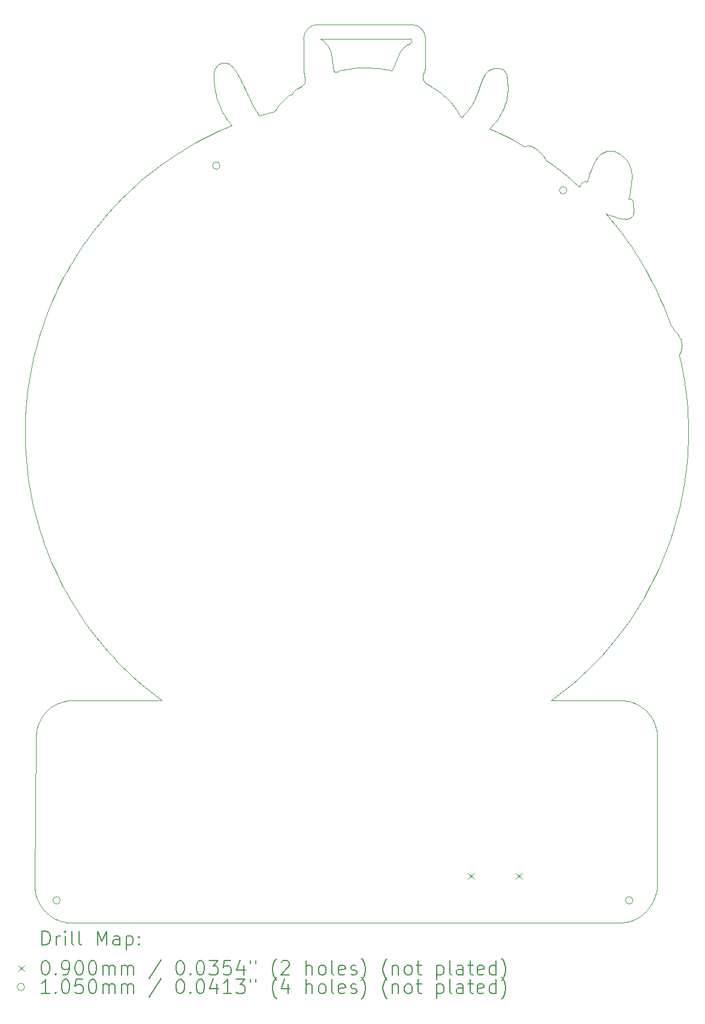
<source format=gbr>
%TF.GenerationSoftware,KiCad,Pcbnew,7.0.1-0*%
%TF.CreationDate,2024-04-28T15:41:08-04:00*%
%TF.ProjectId,OHS2024 Badge Release,4f485332-3032-4342-9042-616467652052,rev?*%
%TF.SameCoordinates,Original*%
%TF.FileFunction,Drillmap*%
%TF.FilePolarity,Positive*%
%FSLAX45Y45*%
G04 Gerber Fmt 4.5, Leading zero omitted, Abs format (unit mm)*
G04 Created by KiCad (PCBNEW 7.0.1-0) date 2024-04-28 15:41:08*
%MOMM*%
%LPD*%
G01*
G04 APERTURE LIST*
%ADD10C,0.100000*%
%ADD11C,0.200000*%
%ADD12C,0.090000*%
%ADD13C,0.105000*%
G04 APERTURE END LIST*
D10*
X6073600Y-4767500D02*
X6143600Y-4706400D01*
X10449800Y-3528300D02*
X10483100Y-3561000D01*
X8787200Y-2806100D02*
X8799600Y-2828400D01*
X13250900Y-12167100D02*
X13273300Y-12186500D01*
X8356100Y-3404200D02*
X8373300Y-3394600D01*
X4504000Y-8261100D02*
X4504100Y-8226300D01*
X4865000Y-12155000D02*
X4889100Y-12137800D01*
X13076400Y-4718800D02*
X13072000Y-4757400D01*
X13692900Y-6833800D02*
X13711700Y-6856000D01*
X13096700Y-5193100D02*
X13091000Y-5204400D01*
X10775600Y-3700200D02*
X10795100Y-3672600D01*
X7544100Y-3262500D02*
X7558500Y-3290800D01*
X13040400Y-4468500D02*
X13051500Y-4491400D01*
X4588400Y-7378100D02*
X4607100Y-7286200D01*
X13383700Y-10355700D02*
X13341500Y-10437900D01*
X10199100Y-3347900D02*
X10214600Y-3357600D01*
X13151200Y-12103100D02*
X13177600Y-12117000D01*
X7496600Y-3180600D02*
X7513400Y-3207400D01*
X13350700Y-12275700D02*
X13366700Y-12300700D01*
X7513400Y-3207400D02*
X7529200Y-3234700D01*
X11312700Y-3207800D02*
X11316100Y-3222800D01*
X10955100Y-3309900D02*
X10960800Y-3292800D01*
X5393200Y-5520900D02*
X5448000Y-5446700D01*
X13415000Y-14810000D02*
X13404400Y-14839600D01*
X5052500Y-12065400D02*
X5082400Y-12059000D01*
X7333400Y-3041300D02*
X7347300Y-3043800D01*
X12913700Y-15191100D02*
X5154700Y-15191100D01*
X10949600Y-3327000D02*
X10955100Y-3309900D01*
X12772700Y-11282700D02*
X12711700Y-11353500D01*
X6384200Y-12009200D02*
X6308000Y-11951000D01*
X11874000Y-4421800D02*
X11892700Y-4434900D01*
X10172300Y-3328700D02*
X10185000Y-3338300D01*
X13096000Y-12080000D02*
X13124000Y-12090800D01*
X12719500Y-5180200D02*
X12782400Y-5253400D01*
X4779700Y-9842000D02*
X4748800Y-9753300D01*
X13423800Y-14779800D02*
X13415000Y-14810000D01*
X8836000Y-2934200D02*
X8841200Y-2960400D01*
X5009100Y-6150500D02*
X5051700Y-6068600D01*
X13769600Y-7132200D02*
X13760900Y-7150900D01*
X13018100Y-5557800D02*
X13073000Y-5636800D01*
X8952400Y-3152100D02*
X8963500Y-3147600D01*
X4940200Y-12107500D02*
X4967100Y-12094600D01*
X9945001Y-2772005D02*
G75*
G03*
X9958000Y-2700600I-6751J38115D01*
G01*
X13773700Y-6958500D02*
X13779600Y-6980000D01*
X11259500Y-3136800D02*
X11271700Y-3145700D01*
X8233600Y-3503400D02*
X8243000Y-3498300D01*
X13076200Y-5222900D02*
X13076100Y-5223100D01*
X8845500Y-2986800D02*
X8849200Y-3013200D01*
X12242800Y-11815600D02*
X12170000Y-11876500D01*
X13097700Y-5016300D02*
X13098100Y-5020200D01*
X8099700Y-3639400D02*
X8141900Y-3593100D01*
X13067600Y-15167000D02*
X13037900Y-15175500D01*
X4729100Y-12309700D02*
X4744600Y-12284400D01*
X4646200Y-14713300D02*
X4645200Y-14681900D01*
X7250000Y-4002200D02*
X7337500Y-3963700D01*
X7185100Y-3139600D02*
X7189200Y-3130300D01*
X4661900Y-12560100D02*
X4662300Y-12540700D01*
X7558500Y-3290800D02*
X7572400Y-3319300D01*
X10264300Y-3386800D02*
X10303800Y-3412000D01*
X13874000Y-8024100D02*
X13877800Y-8117900D01*
X11020300Y-3182700D02*
X11033900Y-3169400D01*
X5135200Y-10606400D02*
X5089000Y-10524800D01*
X4682200Y-12419600D02*
X4691500Y-12391000D01*
X13784400Y-7072400D02*
X13781300Y-7092800D01*
X10379400Y-3467100D02*
X10415200Y-3497000D01*
X13861100Y-8677000D02*
X13851900Y-8769400D01*
X13078700Y-4590300D02*
X13081000Y-4616400D01*
X9802300Y-2900300D02*
X9816400Y-2876000D01*
X5112800Y-12054500D02*
X5143800Y-12051800D01*
X13051500Y-4919100D02*
X13048900Y-4927200D01*
X4770600Y-15014000D02*
X4751800Y-14991100D01*
X10938500Y-3361000D02*
X10944100Y-3344000D01*
X13351900Y-14940900D02*
X13335000Y-14967500D01*
X13297800Y-10519300D02*
X13252400Y-10599800D01*
X13041400Y-4964100D02*
X13046500Y-4964800D01*
X12020100Y-11994400D02*
X11943000Y-12051300D01*
X12417300Y-4721500D02*
X12429500Y-4721700D01*
X13745200Y-6898100D02*
X13756400Y-6917500D01*
X10627300Y-3744300D02*
X10651500Y-3784600D01*
X13067200Y-12070900D02*
X13096000Y-12080000D01*
X13877800Y-8117900D02*
X13879700Y-8211500D01*
X12455400Y-4701400D02*
X12455700Y-4700300D01*
X13776400Y-7112800D02*
X13769600Y-7132200D01*
X8243000Y-3498300D02*
X8253200Y-3494400D01*
X12755200Y-5189800D02*
X12712300Y-5172100D01*
X13361500Y-14923900D02*
X13351900Y-14940900D01*
X11327600Y-3367300D02*
X11328000Y-3400400D01*
X13784600Y-7069300D02*
X13784400Y-7072400D01*
X5154700Y-15191100D02*
X5139400Y-15190800D01*
X4882900Y-10103900D02*
X4846800Y-10017300D01*
X4787800Y-6659700D02*
X4820500Y-6572900D01*
X5023400Y-12073400D02*
X5052500Y-12065400D01*
X4621100Y-9300200D02*
X4601000Y-9207900D01*
X4779800Y-12236700D02*
X4799300Y-12214500D01*
X4914200Y-12121900D02*
X4940200Y-12107500D01*
X13778500Y-9226400D02*
X13758500Y-9316600D01*
X4668600Y-12479000D02*
X4674500Y-12449000D01*
X7709900Y-3608200D02*
X7743600Y-3668900D01*
X8462900Y-3303600D02*
X8462900Y-3290800D01*
X13076100Y-5223100D02*
X13066700Y-5230600D01*
X6910800Y-4172900D02*
X6994000Y-4127800D01*
X12618400Y-4352300D02*
X12631100Y-4339800D01*
X13868400Y-7930300D02*
X13874000Y-8024100D01*
X4811800Y-15056300D02*
X4790600Y-15035700D01*
X12485900Y-4605200D02*
X12503800Y-4558800D01*
X4748800Y-9753300D02*
X4719700Y-9663900D01*
X8879100Y-3169100D02*
X8884100Y-3170400D01*
X10997900Y-3211600D02*
X11008400Y-3196800D01*
X5448000Y-5446700D02*
X5504300Y-5373500D01*
X7459400Y-3129300D02*
X7478700Y-3154600D01*
X8141900Y-3593100D02*
X8185600Y-3548100D01*
X10683400Y-3801900D02*
X10692500Y-3793600D01*
X7238800Y-3613600D02*
X7224100Y-3571300D01*
X10127800Y-3257400D02*
X10129900Y-3269300D01*
X8927700Y-3165700D02*
X8938500Y-3159400D01*
X6016700Y-11704600D02*
X5947400Y-11639600D01*
X7319800Y-3040500D02*
X7333400Y-3041300D01*
X7240200Y-3064000D02*
X7252300Y-3056100D01*
X13051500Y-4491400D02*
X13060900Y-4515200D01*
X8288100Y-3465300D02*
X8293200Y-3455100D01*
X13341500Y-10437900D02*
X13297800Y-10519300D01*
X4509500Y-8035000D02*
X4515000Y-7939800D01*
X8425900Y-3362800D02*
X8435300Y-3355900D01*
X4907600Y-15125800D02*
X4882200Y-15110500D01*
X4539200Y-8833800D02*
X4528500Y-8739200D01*
X8284400Y-3476600D02*
X8288100Y-3465300D01*
X8638300Y-2500397D02*
G75*
G03*
X8443000Y-2701000I7090J-202273D01*
G01*
X10888800Y-3493800D02*
X10901500Y-3462300D01*
X11729000Y-4260300D02*
X11729100Y-4260300D01*
X9380400Y-3112100D02*
X9439500Y-3115300D01*
X12519600Y-11558800D02*
X12452600Y-11624900D01*
X8862000Y-3119400D02*
X8866100Y-3145800D01*
X6143600Y-4706400D02*
X6214800Y-4646700D01*
X12124600Y-4609600D02*
X12199400Y-4670900D01*
X8683600Y-2700600D02*
X9958000Y-2700600D01*
X12961600Y-5480000D02*
X13018100Y-5557800D01*
X9705200Y-3130300D02*
X9717100Y-3105400D01*
X4674500Y-12449000D02*
X4682200Y-12419600D01*
X8280700Y-3486300D02*
X8282100Y-3484700D01*
X11232000Y-3123400D02*
X11246300Y-3129300D01*
X13753300Y-7180100D02*
X13774500Y-7273600D01*
X4649900Y-7104000D02*
X4674000Y-7013900D01*
X8990400Y-3140500D02*
X9026500Y-3134200D01*
X4512900Y-8548900D02*
X4507900Y-8453300D01*
X6747900Y-4267800D02*
X6828800Y-4219600D01*
X9748100Y-3028200D02*
X9757800Y-3002200D01*
X9929100Y-2776700D02*
X9945000Y-2772000D01*
X4799300Y-12214500D02*
X4820100Y-12193400D01*
X4734400Y-14967100D02*
X4718300Y-14942200D01*
X8456100Y-3229900D02*
X8453200Y-3210600D01*
X5562000Y-5301500D02*
X5621100Y-5230500D01*
X5390500Y-10999900D02*
X5336200Y-10923200D01*
X11317700Y-3238400D02*
X11321000Y-3267500D01*
X13377600Y-14896600D02*
X13361500Y-14923900D01*
X7934700Y-3752900D02*
X8025200Y-3729000D01*
X13438600Y-12529500D02*
X13439700Y-12560900D01*
X7347300Y-3043800D02*
X7361400Y-3048200D01*
X12351200Y-4774500D02*
X12352300Y-4771200D01*
X13632100Y-9760200D02*
X13601700Y-9847300D01*
X9557300Y-3127700D02*
X9615800Y-3136900D01*
X8459500Y-3324900D02*
X8461900Y-3314900D01*
X5504300Y-5373500D02*
X5562000Y-5301500D01*
X8275900Y-3491000D02*
X8276500Y-3490900D01*
X10153200Y-3146600D02*
X10145500Y-3168600D01*
X11567200Y-4224400D02*
X11578500Y-4219700D01*
X8866100Y-3145800D02*
X8866200Y-3146700D01*
X4519700Y-8644200D02*
X4512900Y-8548900D01*
X7572400Y-3319300D02*
X7586000Y-3348000D01*
X8220900Y-3512600D02*
X8224800Y-3509500D01*
X11321700Y-3499300D02*
X11316900Y-3531900D01*
X8388800Y-3385800D02*
X8402700Y-3377600D01*
X13056800Y-4873800D02*
X13052600Y-4913100D01*
X7211300Y-3528400D02*
X7211100Y-3527800D01*
X7217800Y-3085200D02*
X7228700Y-3073700D01*
X13036900Y-4963100D02*
X13041400Y-4964100D01*
X8282100Y-3484700D02*
X8282700Y-3484100D01*
X11792800Y-4316200D02*
X11815400Y-4340700D01*
X8435300Y-3355900D02*
X8444200Y-3348300D01*
X11768700Y-4293100D02*
X11792800Y-4316200D01*
X12454100Y-4709300D02*
X12455300Y-4701800D01*
X5095800Y-5987500D02*
X5141600Y-5907300D01*
X13535700Y-10019500D02*
X13500200Y-10104700D01*
X12945400Y-15190100D02*
X12913700Y-15191100D01*
X4607100Y-7286200D02*
X4627600Y-7194800D01*
X9789700Y-2925200D02*
X9802300Y-2900300D01*
X10127100Y-3244700D02*
X10127800Y-3257400D01*
X11227000Y-4042800D02*
X11313500Y-4085600D01*
X11117700Y-3123600D02*
X11136400Y-3119800D01*
X6308000Y-11951000D02*
X6233000Y-11891500D01*
X12568300Y-4424300D02*
X12574400Y-4413200D01*
X4532000Y-7750800D02*
X4543300Y-7656900D01*
X8187900Y-3545900D02*
X8198400Y-3534600D01*
X5186000Y-12049900D02*
X6439700Y-12049900D01*
X11307500Y-3193500D02*
X11312700Y-3207800D01*
X10342200Y-3438800D02*
X10379400Y-3467100D01*
X13717800Y-6862400D02*
X13732300Y-6879800D01*
X8941900Y-3157500D02*
X8952400Y-3152100D01*
X13046500Y-4964800D02*
X13048600Y-4964900D01*
X13107300Y-5115500D02*
X13107700Y-5133900D01*
X8453200Y-3210600D02*
X8452600Y-3206900D01*
X10303800Y-3412000D02*
X10342200Y-3438800D01*
X9839100Y-2843900D02*
X9852900Y-2828200D01*
X11270600Y-3683700D02*
X11251600Y-3723500D01*
X10214600Y-3357600D02*
X10231300Y-3367600D01*
X13095100Y-4998100D02*
X13096700Y-5007300D01*
X11136400Y-3119800D02*
X11140900Y-3118800D01*
X7184700Y-3363200D02*
X7177300Y-3295500D01*
X12900400Y-4323200D02*
X12922400Y-4336800D01*
X10813300Y-3644200D02*
X10830400Y-3615200D01*
X13813200Y-9044700D02*
X13796700Y-9135700D01*
X10127900Y-3231200D02*
X10127100Y-3244700D01*
X13275800Y-5963300D02*
X13322300Y-6047400D01*
X4601000Y-9207900D02*
X4582700Y-9115000D01*
X7207500Y-3098500D02*
X7217800Y-3085200D01*
X13851900Y-8769400D02*
X13840800Y-8861500D01*
X11483600Y-4176400D02*
X11567200Y-4224400D01*
X9085200Y-3125500D02*
X9144100Y-3118900D01*
X13177600Y-12117000D02*
X13203000Y-12132300D01*
X5139400Y-15190800D02*
X5108300Y-15188800D01*
X8443000Y-2701000D02*
X8443100Y-3128100D01*
X13068600Y-4539600D02*
X13074600Y-4564700D01*
X13826400Y-7554800D02*
X13839800Y-7648700D01*
X4551800Y-8928000D02*
X4539200Y-8833800D01*
X13054900Y-10913100D02*
X13001500Y-10989100D01*
X12690500Y-4302100D02*
X12707700Y-4296000D01*
X4960300Y-10274800D02*
X4920700Y-10189700D01*
X10675000Y-3808500D02*
X10683400Y-3801900D01*
X13564100Y-6571400D02*
X13598100Y-6661700D01*
X13381300Y-12326600D02*
X13394400Y-12353400D01*
X7189200Y-3130300D02*
X7198000Y-3113500D01*
X8849200Y-3013200D02*
X8852400Y-3039800D01*
X8902400Y-3173000D02*
X8904800Y-3173200D01*
X12545000Y-4468200D02*
X12568300Y-4424300D01*
X4692300Y-9573800D02*
X4666700Y-9483200D01*
X4571500Y-7470500D02*
X4588400Y-7378100D01*
X13366700Y-12300700D02*
X13381300Y-12326600D01*
X8821800Y-2882300D02*
X8829600Y-2908100D01*
X13630300Y-6752700D02*
X13638900Y-6763500D01*
X11300700Y-3180000D02*
X11307500Y-3193500D01*
X10988700Y-3227000D02*
X10997900Y-3211600D01*
X12574400Y-4413200D02*
X12584500Y-4396400D01*
X12998100Y-4405100D02*
X13013700Y-4425200D01*
X11652100Y-4218100D02*
X11666000Y-4223000D01*
X8916700Y-3171500D02*
X8927700Y-3165700D01*
X8855400Y-3066300D02*
X8858500Y-3092900D01*
X4645200Y-14681900D02*
X4645200Y-14681800D01*
X6233000Y-11891500D02*
X6159500Y-11830500D01*
X4882200Y-15110500D02*
X4857700Y-15093800D01*
X13227600Y-5880100D02*
X13275800Y-5963300D01*
X5188900Y-5828000D02*
X5237700Y-5749800D01*
X8198400Y-3534600D02*
X8209300Y-3523200D01*
X11327200Y-3433500D02*
X11325100Y-3466500D01*
X8209300Y-3523200D02*
X8220900Y-3512600D01*
X10514900Y-3595100D02*
X10545300Y-3630500D01*
X11292400Y-3167500D02*
X11300700Y-3180000D01*
X7198000Y-3113500D02*
X7207500Y-3098500D01*
X7177300Y-3295500D02*
X7171900Y-3227500D01*
X11326300Y-3334100D02*
X11327600Y-3367300D01*
X8913100Y-3173100D02*
X8916700Y-3171500D01*
X12782300Y-4286700D02*
X12795800Y-4286500D01*
X13013700Y-4425200D02*
X13027800Y-4446400D01*
X12048500Y-4549800D02*
X12124600Y-4609600D01*
X8683600Y-2700600D02*
X8697500Y-2709600D01*
X7194100Y-3430700D02*
X7184700Y-3363200D01*
X11613700Y-4213600D02*
X11626000Y-4213400D01*
X4857700Y-15093800D02*
X4834200Y-15075700D01*
X5077600Y-15185000D02*
X5047500Y-15179300D01*
X11082000Y-3136500D02*
X11099600Y-3129100D01*
X7478700Y-3154600D02*
X7496600Y-3180600D01*
X4666700Y-9483200D02*
X4643000Y-9392000D01*
X8799600Y-2828400D02*
X8810200Y-2851500D01*
X7529200Y-3234700D02*
X7544100Y-3262500D01*
X7174100Y-3174400D02*
X7178600Y-3156800D01*
X13756400Y-6917500D02*
X13765900Y-6937600D01*
X13786300Y-7046700D02*
X13784600Y-7069300D01*
X10165305Y-2700400D02*
G75*
G03*
X9965800Y-2500400I-197875J2120D01*
G01*
X4744600Y-12284400D02*
X4761500Y-12260000D01*
X12745300Y-4288300D02*
X12765800Y-4286700D01*
X6828800Y-4219600D02*
X6910800Y-4172900D01*
X12976700Y-15187100D02*
X12945400Y-15190100D01*
X8890900Y-3171600D02*
X8902400Y-3173000D01*
X4566300Y-9021700D02*
X4551800Y-8928000D01*
X13205100Y-15099000D02*
X13179300Y-15115800D01*
X10659900Y-3798000D02*
X10665400Y-3804700D01*
X12887900Y-5231600D02*
X12843100Y-5219500D01*
X11034400Y-3168900D02*
X11049300Y-3156400D01*
X10151300Y-3308700D02*
X10161000Y-3318800D01*
X13035000Y-4958300D02*
X13034800Y-4959000D01*
X11065200Y-3145600D02*
X11082000Y-3136500D01*
X4703700Y-14916200D02*
X4690500Y-14889500D01*
X4654000Y-14774600D02*
X4649200Y-14744200D01*
X13007500Y-15182200D02*
X12976700Y-15187100D01*
X12095800Y-11936200D02*
X12020100Y-11994400D01*
X10925300Y-3398500D02*
X10936600Y-3366200D01*
X7619400Y-3420500D02*
X7647800Y-3484000D01*
X11139700Y-4001900D02*
X11227000Y-4042800D01*
X13027800Y-4446400D02*
X13040400Y-4468500D01*
X6287300Y-4588300D02*
X6361000Y-4531300D01*
X8757600Y-2765000D02*
X8773200Y-2785000D01*
X13080800Y-4970900D02*
X13085800Y-4976000D01*
X4968100Y-6233400D02*
X5009100Y-6150500D01*
X10601500Y-3705200D02*
X10627300Y-3744300D01*
X12345200Y-4798200D02*
X12347100Y-4789500D01*
X4715000Y-12335900D02*
X4729100Y-12309700D01*
X13275700Y-15039500D02*
X13253300Y-15060800D01*
X13079700Y-4680200D02*
X13076400Y-4718800D01*
X13316600Y-14992800D02*
X13296800Y-15016800D01*
X7315500Y-3774400D02*
X7293700Y-3735500D01*
X13758500Y-9316600D02*
X13736700Y-9406300D01*
X13106800Y-5150800D02*
X13104600Y-5166300D01*
X11246300Y-3129300D02*
X11259500Y-3136800D01*
X13089900Y-4982500D02*
X13092800Y-4989500D01*
X9867300Y-2814300D02*
X9882200Y-2802100D01*
X13066900Y-4796000D02*
X13061700Y-4834800D01*
X7252300Y-3056100D02*
X7264800Y-3049900D01*
X12451900Y-4722400D02*
X12452000Y-4721900D01*
X7337500Y-3963700D02*
X7426000Y-3926800D01*
X4842000Y-12173600D02*
X4865000Y-12155000D01*
X11321000Y-3267500D02*
X11324000Y-3300800D01*
X7211100Y-3527800D02*
X7211000Y-3527100D01*
X11743300Y-4271300D02*
X11768700Y-4293100D01*
X11049300Y-3156400D02*
X11065200Y-3145600D01*
X4820500Y-6572900D02*
X4854900Y-6486800D01*
X13391900Y-14868500D02*
X13377600Y-14896600D01*
X12388200Y-4728100D02*
X12396700Y-4724900D01*
X7361400Y-3048200D02*
X7375600Y-3054300D01*
X6994000Y-4127800D02*
X7078200Y-4084300D01*
X4928800Y-6317100D02*
X4968100Y-6233400D01*
X5879600Y-11573300D02*
X5813200Y-11505800D01*
X8451200Y-3340500D02*
X8456500Y-3332100D01*
X13404400Y-14839600D02*
X13391900Y-14868500D01*
X8276500Y-3490800D02*
X8277400Y-3489900D01*
X9913200Y-2783300D02*
X9929100Y-2776700D01*
X11856100Y-4393600D02*
X11874000Y-4421800D01*
X11302400Y-3596500D02*
X11292600Y-3628400D01*
X4515000Y-7939800D02*
X4522600Y-7845100D01*
X10861300Y-3555500D02*
X10875500Y-3524900D01*
X8276500Y-3490900D02*
X8276500Y-3490800D01*
X12983600Y-5248000D02*
X12965200Y-5246100D01*
X10651500Y-3784600D02*
X10651500Y-3784700D01*
X13779600Y-6980000D02*
X13783700Y-7001900D01*
X12361900Y-4751300D02*
X12368400Y-4742800D01*
X13860800Y-7836500D02*
X13868400Y-7930300D01*
X8415100Y-3370000D02*
X8425900Y-3362800D01*
X9203100Y-3114200D02*
X9262200Y-3111500D01*
X8314700Y-3430300D02*
X8323600Y-3423500D01*
X6668200Y-4317500D02*
X6747900Y-4267800D01*
X13774500Y-7273600D02*
X13793800Y-7367200D01*
X8975300Y-3144400D02*
X8975700Y-3144400D01*
X7264800Y-3049900D02*
X7277700Y-3045400D01*
X10754700Y-3727100D02*
X10775600Y-3700200D01*
X11591000Y-4216500D02*
X11603700Y-4215200D01*
X13839800Y-7648700D02*
X13851300Y-7742600D01*
X5141600Y-5907300D02*
X5188900Y-5828000D01*
X7293700Y-3735500D02*
X7273600Y-3695700D01*
X4669000Y-14833400D02*
X4660600Y-14804300D01*
X11729100Y-4260300D02*
X11743300Y-4271300D01*
X6439700Y-12049900D02*
X6384200Y-12009200D01*
X8323600Y-3423500D02*
X8333200Y-3417100D01*
X13031100Y-5245400D02*
X13016600Y-5247700D01*
X12712300Y-5172100D02*
X12712300Y-5172100D01*
X7078200Y-4084300D02*
X7163600Y-4042500D01*
X8874900Y-3167200D02*
X8879100Y-3169100D01*
X4719700Y-9663900D02*
X4692300Y-9573800D01*
X5143800Y-12051800D02*
X5154500Y-12051000D01*
X11316900Y-3531900D02*
X11310500Y-3564300D01*
X12452800Y-4718800D02*
X12453000Y-4717600D01*
X4994900Y-12083200D02*
X5023400Y-12073400D01*
X12170000Y-11876500D02*
X12095800Y-11936200D01*
X13416000Y-12409400D02*
X13424300Y-12438500D01*
X11280900Y-3660000D02*
X11280800Y-3660200D01*
X13430600Y-14749100D02*
X13423800Y-14779800D01*
X6436000Y-4475700D02*
X6512200Y-4421500D01*
X13490600Y-6393300D02*
X13528300Y-6481900D01*
X10165300Y-2700400D02*
X10165300Y-2700400D01*
X7426000Y-3926800D02*
X7419400Y-3919300D01*
X11815400Y-4340700D02*
X11836500Y-4366500D01*
X10159100Y-3124500D02*
X10153200Y-3146600D01*
X13156800Y-10758300D02*
X13106600Y-10836200D01*
X7364200Y-3849000D02*
X7339000Y-3812200D01*
X8462900Y-3290800D02*
X8462900Y-3290300D01*
X13103100Y-5065500D02*
X13107000Y-5111000D01*
X13732300Y-6879800D02*
X13745200Y-6898100D01*
X13062200Y-4964800D02*
X13068000Y-4965200D01*
X8812400Y-2856700D02*
X8821800Y-2882300D01*
X8402700Y-3377600D02*
X8415100Y-3370000D01*
X13796700Y-9135700D02*
X13778500Y-9226400D01*
X13781300Y-7092800D02*
X13776400Y-7112800D01*
X13007700Y-12057800D02*
X13037800Y-12063500D01*
X11198100Y-3116300D02*
X11217200Y-3119300D01*
X13601700Y-9847300D02*
X13569500Y-9933700D01*
X8446800Y-3167600D02*
X8443100Y-3128100D01*
X6159500Y-11830500D02*
X6087400Y-11768200D01*
X4727400Y-6835400D02*
X4756800Y-6747200D01*
X4507900Y-8453300D02*
X4505000Y-8357300D01*
X8870100Y-3161000D02*
X8873100Y-3165600D01*
X7391000Y-3884700D02*
X7364200Y-3849000D01*
X13000800Y-5248600D02*
X12983600Y-5248000D01*
X13045300Y-4935700D02*
X13041100Y-4944500D01*
X13877800Y-8398300D02*
X13874100Y-8491400D01*
X13101300Y-5180400D02*
X13096700Y-5193100D01*
X12890200Y-11138000D02*
X12832200Y-11210900D01*
X10131600Y-3275000D02*
X10136500Y-3286900D01*
X7613000Y-3405600D02*
X7613100Y-3405900D01*
X4812400Y-9930000D02*
X4779700Y-9842000D01*
X12314200Y-11753300D02*
X12242800Y-11815600D01*
X7743600Y-3668900D02*
X7779100Y-3728600D01*
X9321300Y-3110800D02*
X9380400Y-3112100D01*
X13783700Y-7001900D02*
X13786000Y-7024200D01*
X10129900Y-3269300D02*
X10131600Y-3275000D01*
X12352300Y-4771200D02*
X12356600Y-4760800D01*
X7163600Y-4042500D02*
X7250000Y-4002200D01*
X13439700Y-12560900D02*
X13439700Y-14654800D01*
X12523500Y-4513100D02*
X12545000Y-4468200D01*
X13760900Y-7150900D02*
X13750500Y-7168700D01*
X10185000Y-3338300D02*
X10199100Y-3347900D01*
X12962800Y-4368400D02*
X12981100Y-4386200D01*
X13177800Y-5798000D02*
X13227600Y-5880100D01*
X11271700Y-3145700D02*
X11282700Y-3156000D01*
X13107700Y-5133900D02*
X13106800Y-5150800D01*
X12606400Y-4365900D02*
X12618400Y-4352300D01*
X12503800Y-4558800D02*
X12523500Y-4513100D01*
X13750500Y-7168700D02*
X13753300Y-7180100D01*
X7816200Y-3787200D02*
X7844800Y-3778600D01*
X9738300Y-3054200D02*
X9748100Y-3028200D01*
X12707700Y-4296000D02*
X12726000Y-4291400D01*
X13016600Y-5247700D02*
X13000800Y-5248600D01*
X5562500Y-11223600D02*
X5503600Y-11150100D01*
X12765800Y-4286700D02*
X12781300Y-4286800D01*
X5681700Y-5160800D02*
X5743600Y-5092100D01*
X11184400Y-3836700D02*
X11158700Y-3872300D01*
X11836500Y-4366500D02*
X11856100Y-4393600D01*
X9439500Y-3115300D02*
X9498500Y-3120500D01*
X4920700Y-10189700D02*
X4882900Y-10103900D01*
X7304400Y-3041700D02*
X7306400Y-3041400D01*
X13294500Y-12207100D02*
X13314500Y-12228900D01*
X10846300Y-3585600D02*
X10861300Y-3555500D01*
X13066700Y-5230600D02*
X13056100Y-5236900D01*
X4528500Y-8739200D02*
X4519700Y-8644200D01*
X7290900Y-3042700D02*
X7304400Y-3041700D01*
X10973300Y-3259300D02*
X10980600Y-3242900D01*
X10913700Y-3430500D02*
X10925300Y-3398500D01*
X10936600Y-3366200D02*
X10936700Y-3366100D01*
X13322300Y-6047400D02*
X13367000Y-6132500D01*
X7438700Y-3104900D02*
X7459400Y-3129300D01*
X4627600Y-7194800D02*
X4649900Y-7104000D01*
X12199400Y-4670900D02*
X12273000Y-4733800D01*
X7404000Y-3072200D02*
X7418100Y-3084100D01*
X5183000Y-10687000D02*
X5135200Y-10606400D01*
X11399000Y-4130100D02*
X11483600Y-4176400D01*
X13528300Y-6481900D02*
X13564100Y-6571400D01*
X13569500Y-9933700D02*
X13535700Y-10019500D01*
X5621100Y-5230500D02*
X5681700Y-5160800D01*
X8873100Y-3165600D02*
X8874900Y-3167200D01*
X7224100Y-3571300D02*
X7211300Y-3528400D01*
X13074600Y-4564700D02*
X13078700Y-4590300D01*
X12356600Y-4760800D02*
X12361900Y-4751300D01*
X9615800Y-3136900D02*
X9674200Y-3148000D01*
X13126200Y-5716900D02*
X13177800Y-5798000D01*
X13793800Y-7367200D02*
X13811100Y-7461000D01*
X8697500Y-2709600D02*
X8702100Y-2712900D01*
X13124000Y-12090800D02*
X13151200Y-12103100D01*
X13660800Y-9672600D02*
X13632100Y-9760200D01*
X13081400Y-4642800D02*
X13079700Y-4680200D01*
X13061800Y-4964800D02*
X13062200Y-4964800D01*
X12585100Y-11491500D02*
X12519600Y-11558800D01*
X4891000Y-6401600D02*
X4928800Y-6317100D01*
X10415200Y-3497000D02*
X10449800Y-3528300D01*
X10901500Y-3462300D02*
X10913700Y-3430500D01*
X11712000Y-4248300D02*
X11729000Y-4260300D01*
X11102600Y-3939900D02*
X11072200Y-3971800D01*
X4854900Y-6486800D02*
X4891000Y-6401600D01*
X11208500Y-3800000D02*
X11184400Y-3836700D01*
X4690500Y-14889500D02*
X4678900Y-14861800D01*
X8299300Y-3446000D02*
X8306500Y-3437800D01*
X11626000Y-4213400D02*
X11638800Y-4214900D01*
X9696100Y-3145500D02*
X9700600Y-3138800D01*
X4718300Y-14942200D02*
X4703700Y-14916200D01*
X13074900Y-4967300D02*
X13080800Y-4970900D01*
X5743600Y-5092100D02*
X5806900Y-5024700D01*
X13314500Y-12228900D02*
X13333200Y-12251800D01*
X8638300Y-2500400D02*
X9965800Y-2500400D01*
X12439400Y-4721500D02*
X12451900Y-4722400D01*
X10980600Y-3242900D02*
X10988700Y-3227000D01*
X13868500Y-8584300D02*
X13861100Y-8677000D01*
X8858500Y-3092900D02*
X8862000Y-3119400D01*
X12798800Y-5205600D02*
X12755200Y-5189800D01*
X5806900Y-5024700D02*
X5871600Y-4958500D01*
X10145500Y-3168600D02*
X10139400Y-3184600D01*
X12877300Y-4311100D02*
X12900400Y-4323200D01*
X10130200Y-3216800D02*
X10127900Y-3231200D01*
X12711700Y-11353500D02*
X12649200Y-11423100D01*
X11131400Y-3906700D02*
X11102600Y-3939900D01*
X4645200Y-14681800D02*
X4661900Y-12560100D01*
X8773200Y-2785000D02*
X8787200Y-2806100D01*
X13711700Y-6856000D02*
X13717800Y-6862400D01*
X9674200Y-3148000D02*
X9682400Y-3149600D01*
X5237700Y-5749800D02*
X5288000Y-5672500D01*
X13296800Y-15016800D02*
X13275700Y-15039500D01*
X13073000Y-5636800D02*
X13126200Y-5716900D01*
X5336200Y-10923200D02*
X5283600Y-10845500D01*
X12368400Y-4742800D02*
X12376200Y-4735400D01*
X13638900Y-6763500D02*
X13657100Y-6787100D01*
X7419400Y-3919300D02*
X7391000Y-3884700D01*
X4691500Y-12391000D02*
X4702500Y-12363100D01*
X4522600Y-7845100D02*
X4532000Y-7750800D01*
X8293200Y-3455100D02*
X8299300Y-3446000D01*
X11292600Y-3628400D02*
X11280900Y-3660000D01*
X13034800Y-4959000D02*
X13034000Y-4962300D01*
X10651500Y-3784700D02*
X10654300Y-3789400D01*
X5108300Y-15188800D02*
X5077600Y-15185000D01*
X10944100Y-3344000D02*
X10949600Y-3327000D01*
X9757800Y-3002200D02*
X9767800Y-2976300D01*
X10936700Y-3366100D02*
X10938500Y-3361000D01*
X8938500Y-3159400D02*
X8941900Y-3157500D01*
X13060900Y-4515200D02*
X13068600Y-4539600D01*
X6361000Y-4531300D02*
X6436000Y-4475700D01*
X4699900Y-6924300D02*
X4727400Y-6835400D01*
X12843100Y-5219500D02*
X12798800Y-5205600D01*
X5047500Y-15179300D02*
X5018100Y-15171900D01*
X5283600Y-10845500D02*
X5232500Y-10766700D01*
X13051500Y-4965000D02*
X13061800Y-4964800D01*
X12853200Y-4300700D02*
X12877300Y-4311100D01*
X8884100Y-3170400D02*
X8890900Y-3171600D01*
X13430800Y-12468200D02*
X13435600Y-12498600D01*
X13765900Y-6937600D02*
X13773700Y-6958500D01*
X11159800Y-3116100D02*
X11178900Y-3115200D01*
X13048900Y-4927200D02*
X13045300Y-4935700D01*
X7277700Y-3045400D02*
X7290900Y-3042700D01*
X13001500Y-10989100D02*
X12946700Y-11064000D01*
X8282700Y-3484100D02*
X8284400Y-3476600D01*
X9816400Y-2876000D02*
X9826100Y-2861200D01*
X13061700Y-4834800D02*
X13056800Y-4873800D01*
X13424200Y-10272800D02*
X13383700Y-10355700D01*
X7432200Y-3097900D02*
X7438700Y-3104900D01*
X13406000Y-12381000D02*
X13416000Y-12409400D01*
X4702500Y-12363100D02*
X4715000Y-12335900D01*
X12946700Y-11064000D02*
X12890200Y-11138000D01*
X13052600Y-4913100D02*
X13051500Y-4919100D01*
X11099600Y-3129100D02*
X11117700Y-3123600D01*
X8461900Y-3314900D02*
X8462900Y-3303600D01*
X13879700Y-8305000D02*
X13877800Y-8398300D01*
X10795100Y-3672600D02*
X10813300Y-3644200D01*
X9026500Y-3134200D02*
X9085200Y-3125500D01*
X9262200Y-3111500D02*
X9321300Y-3110800D01*
X9882200Y-2802100D02*
X9897600Y-2791700D01*
X13044200Y-5241800D02*
X13031100Y-5245400D01*
X11324000Y-3300800D02*
X11326300Y-3334100D01*
X12631100Y-4339800D02*
X12644700Y-4328400D01*
X12938600Y-5242700D02*
X12933400Y-5241700D01*
X7586000Y-3348000D02*
X7599500Y-3376800D01*
X7170800Y-3210700D02*
X7171500Y-3192500D01*
X7647800Y-3484000D02*
X7678000Y-3546600D01*
X9826100Y-2861200D02*
X9839100Y-2843900D01*
X10134100Y-3201300D02*
X10130200Y-3216800D01*
X10668700Y-3807900D02*
X10672400Y-3810200D01*
X10545300Y-3630500D02*
X10574200Y-3667200D01*
X11217200Y-3119300D02*
X11217300Y-3119300D01*
X13037900Y-15175500D02*
X13007500Y-15182200D01*
X6214800Y-4646700D02*
X6287300Y-4588300D01*
X5503600Y-11150100D02*
X5446300Y-11075500D01*
X10165500Y-3079700D02*
X10163200Y-3102200D01*
X12649200Y-11423100D02*
X12585100Y-11491500D01*
X12469900Y-4652400D02*
X12485900Y-4605200D01*
X10732300Y-3753200D02*
X10754700Y-3727100D01*
X13205400Y-10679500D02*
X13156800Y-10758300D01*
X12584500Y-4396400D02*
X12595100Y-4380700D01*
X7306400Y-3041400D02*
X7319800Y-3040500D01*
X13253300Y-15060800D02*
X13229800Y-15080600D01*
X10483100Y-3561000D02*
X10514900Y-3595100D01*
X13152700Y-15131100D02*
X13125100Y-15144700D01*
X12832200Y-11210900D02*
X12772700Y-11282700D01*
X8702100Y-2712900D02*
X8722000Y-2728900D01*
X5748300Y-11437000D02*
X5684900Y-11367000D01*
X12384100Y-11689700D02*
X12314200Y-11753300D01*
X10966800Y-3275900D02*
X10973300Y-3259300D01*
X12965200Y-5246100D02*
X12957900Y-5245400D01*
X8343300Y-3411200D02*
X8353900Y-3405400D01*
X11892700Y-4434900D02*
X11971200Y-4491500D01*
X13879700Y-8211500D02*
X13879700Y-8305000D01*
X10654300Y-3789400D02*
X10659900Y-3798000D01*
X12406400Y-4722600D02*
X12417300Y-4721500D01*
X12659000Y-4318300D02*
X12674300Y-4309500D01*
X4664500Y-12509600D02*
X4668600Y-12479000D01*
X7171500Y-3192500D02*
X7174100Y-3174400D01*
X11217300Y-3119300D02*
X11232000Y-3123400D01*
X13736700Y-9406300D02*
X13713100Y-9495600D01*
X12903500Y-5403300D02*
X12961600Y-5480000D01*
X13410000Y-6218500D02*
X13451200Y-6305500D01*
X8976700Y-3144200D02*
X8978500Y-3143600D01*
X5089000Y-10524800D02*
X5044400Y-10442300D01*
X8253200Y-3494400D02*
X8264100Y-3491900D01*
X11310500Y-3564300D02*
X11302400Y-3596500D01*
X11971200Y-4491500D02*
X12048500Y-4549800D01*
X9682400Y-3149600D02*
X9691400Y-3150300D01*
X7178600Y-3156800D02*
X7185100Y-3139600D01*
X13041100Y-4944500D02*
X13038800Y-4949300D01*
X4834200Y-15075700D02*
X4811800Y-15056300D01*
X13227500Y-12149000D02*
X13250900Y-12167100D01*
X12347100Y-4789500D02*
X12351200Y-4774500D01*
X10708300Y-3778400D02*
X10732300Y-3753200D01*
X10165300Y-2700400D02*
X10165500Y-3079700D01*
X8841200Y-2960400D02*
X8845500Y-2986800D01*
X8740500Y-2746300D02*
X8757600Y-2765000D01*
X12782400Y-5253400D02*
X12843700Y-5327700D01*
X13037800Y-12063500D02*
X13067200Y-12070900D01*
X9717100Y-3105400D02*
X9728100Y-3080000D01*
X10143100Y-3298100D02*
X10151300Y-3308700D01*
X8306500Y-3437800D02*
X8314700Y-3430300D01*
X11666000Y-4223000D02*
X11680500Y-4229700D01*
X12933400Y-5241700D02*
X12887900Y-5231600D01*
X10136500Y-3286900D02*
X10143100Y-3298100D01*
X12644700Y-4328400D02*
X12659000Y-4318300D01*
X12957900Y-5245400D02*
X12938800Y-5242800D01*
X8978500Y-3143600D02*
X8990400Y-3140500D01*
X13657100Y-6787100D02*
X13674900Y-6810700D01*
X4934000Y-15139700D02*
X4907600Y-15125800D01*
X12380800Y-4732200D02*
X12388200Y-4728100D01*
X11695800Y-4238200D02*
X11712000Y-4248300D01*
X8444200Y-3348300D02*
X8451200Y-3340500D01*
X11943000Y-12051300D02*
X12915100Y-12051300D01*
X13786000Y-7024200D02*
X13786300Y-7046700D01*
X12842700Y-4296800D02*
X12853200Y-4300700D01*
X10665400Y-3804700D02*
X10668700Y-3807900D01*
X13034000Y-4962300D02*
X13036900Y-4963100D01*
X13179300Y-15115800D02*
X13152700Y-15131100D01*
X11230900Y-3762300D02*
X11208500Y-3800000D01*
X13081000Y-4616400D02*
X13081400Y-4642800D01*
X5813200Y-11505800D02*
X5748300Y-11437000D01*
X13500200Y-10104700D02*
X13463000Y-10189100D01*
X12943200Y-4351900D02*
X12962800Y-4368400D01*
X13107000Y-5111000D02*
X13107300Y-5115500D01*
X13084200Y-5214300D02*
X13076200Y-5222900D01*
X8333200Y-3417100D02*
X8343300Y-3411200D01*
X7418100Y-3084100D02*
X7432200Y-3097900D01*
X4505800Y-8130500D02*
X4509500Y-8035000D01*
X11578500Y-4219700D02*
X11591000Y-4216500D01*
X4761500Y-12260000D02*
X4779800Y-12236700D01*
X8456500Y-3332100D02*
X8459500Y-3324900D01*
X10163200Y-3102200D02*
X10159100Y-3124500D01*
X5018100Y-15171900D02*
X4989300Y-15162800D01*
X13038800Y-4949300D02*
X13035000Y-4958300D01*
X12938800Y-5242800D02*
X12938600Y-5242700D01*
X13335000Y-14967500D02*
X13316600Y-14992800D01*
X12455300Y-4701800D02*
X12455400Y-4701400D01*
X8264100Y-3491900D02*
X8275900Y-3491000D01*
X11603700Y-4215200D02*
X11613700Y-4213600D01*
X8867900Y-3154800D02*
X8870100Y-3161000D01*
X13674900Y-6810700D02*
X13692900Y-6833800D01*
X4961300Y-15152000D02*
X4934000Y-15139700D01*
X11033900Y-3169400D02*
X11034400Y-3168900D01*
X12981100Y-4386200D02*
X12998100Y-4405100D01*
X8462900Y-3290300D02*
X8462000Y-3277400D01*
X4846800Y-10017300D02*
X4812400Y-9930000D01*
X12396700Y-4724900D02*
X12406400Y-4722600D01*
X13273300Y-12186500D02*
X13294500Y-12207100D01*
X8224800Y-3509500D02*
X8233600Y-3503400D01*
X7255300Y-3655100D02*
X7238800Y-3613600D01*
X11008400Y-3196800D02*
X11020300Y-3182700D01*
X13104600Y-5166300D02*
X13101300Y-5180400D01*
X11140900Y-3118800D02*
X11159800Y-3116100D01*
X6004900Y-4829900D02*
X6073600Y-4767500D01*
X5154500Y-12051000D02*
X5186000Y-12049900D01*
X12843700Y-5327700D02*
X12903500Y-5403300D01*
X11638800Y-4214900D02*
X11652100Y-4218100D01*
X4989300Y-15162800D02*
X4961300Y-15152000D01*
X12915100Y-12051300D02*
X12933200Y-12051700D01*
X9778300Y-2950500D02*
X9789700Y-2925200D01*
X13439700Y-14654800D02*
X13439700Y-14654900D01*
X10672400Y-3810200D02*
X10675000Y-3808500D01*
X13851300Y-7742600D02*
X13860800Y-7836500D01*
X4662300Y-12540700D02*
X4664500Y-12509600D01*
X11282700Y-3156000D02*
X11292400Y-3167500D01*
X4556500Y-7563400D02*
X4571500Y-7470500D01*
X8277400Y-3489900D02*
X8279000Y-3488200D01*
X8458600Y-3247400D02*
X8456100Y-3229900D01*
X4643000Y-9392000D02*
X4621100Y-9300200D01*
X9728100Y-3080000D02*
X9738300Y-3054200D01*
X8866200Y-3146700D02*
X8867900Y-3154800D01*
X8975700Y-3144400D02*
X8976700Y-3144200D01*
X5051700Y-6068600D02*
X5095800Y-5987500D01*
X9700600Y-3138800D02*
X9705200Y-3130300D01*
X12781300Y-4286800D02*
X12782300Y-4286700D01*
X4751800Y-14991100D02*
X4734400Y-14967100D01*
X8904800Y-3173200D02*
X8913100Y-3173100D01*
X7339000Y-3812200D02*
X7315500Y-3774400D01*
X13068000Y-4965200D02*
X13074900Y-4967300D01*
X8462000Y-3277400D02*
X8460600Y-3263200D01*
X8452600Y-3206900D02*
X8446800Y-3167600D01*
X10231300Y-3367600D02*
X10264300Y-3386800D01*
X5446300Y-11075500D02*
X5390500Y-10999900D01*
X13435600Y-14718000D02*
X13430600Y-14749100D01*
X12795800Y-4286500D02*
X12811800Y-4288000D01*
X4543300Y-7656900D02*
X4556500Y-7563400D01*
X13106600Y-10836200D02*
X13054900Y-10913100D01*
X13874100Y-8491400D02*
X13868500Y-8584300D01*
X9691400Y-3150300D02*
X9696100Y-3145500D01*
X9498500Y-3120500D02*
X9557300Y-3127700D01*
X11316100Y-3222800D02*
X11317700Y-3238400D01*
X7171900Y-3227500D02*
X7170800Y-3210700D01*
X11178900Y-3115200D02*
X11198100Y-3116300D01*
X13435600Y-12498600D02*
X13438600Y-12529500D01*
X12922400Y-4336800D02*
X12943200Y-4351900D01*
X8963500Y-3147600D02*
X8975300Y-3144400D01*
X8279000Y-3488200D02*
X8280700Y-3486300D01*
X8722000Y-2728900D02*
X8740500Y-2746300D01*
X4678900Y-14861800D02*
X4669000Y-14833400D01*
X10830400Y-3615200D02*
X10846300Y-3585600D01*
X8353900Y-3405400D02*
X8356100Y-3404200D01*
X8185600Y-3548100D02*
X8187900Y-3545900D01*
X12376200Y-4735400D02*
X12380800Y-4732200D01*
X8852400Y-3039800D02*
X8855400Y-3066300D01*
X9767800Y-2976300D02*
X9778300Y-2950500D01*
X11280800Y-3660200D02*
X11270600Y-3683700D01*
X7779100Y-3728600D02*
X7816200Y-3787200D01*
X5684900Y-11367000D02*
X5622900Y-11295900D01*
X12595100Y-4380700D02*
X12606400Y-4365900D01*
X13424300Y-12438500D02*
X13430800Y-12468200D01*
X12429500Y-4721700D02*
X12439400Y-4721500D01*
X10161000Y-3318800D02*
X10172300Y-3328700D01*
X5082400Y-12059000D02*
X5112800Y-12054500D01*
X7205400Y-3497800D02*
X7194100Y-3430700D01*
X12945900Y-12051900D02*
X12977100Y-12053900D01*
X4504100Y-8226300D02*
X4505800Y-8130500D01*
X13252400Y-10599800D02*
X13205400Y-10679500D01*
X9144100Y-3118900D02*
X9203100Y-3114200D01*
X13811100Y-7461000D02*
X13826400Y-7554800D01*
X5622900Y-11295900D02*
X5562500Y-11223600D01*
X13125100Y-15144700D02*
X13096700Y-15156700D01*
X13367000Y-6132500D02*
X13410000Y-6218500D01*
X11251600Y-3723500D02*
X11230900Y-3762300D01*
X10875500Y-3524900D02*
X10888800Y-3493800D01*
X12726000Y-4291400D02*
X12745300Y-4288300D01*
X8373300Y-3394600D02*
X8388800Y-3385800D01*
X7613100Y-3405900D02*
X7619400Y-3420500D01*
X10960800Y-3292800D02*
X10966800Y-3275900D01*
X13394400Y-12353400D02*
X13406000Y-12381000D01*
X7228700Y-3073700D02*
X7240200Y-3064000D01*
X12453000Y-4717600D02*
X12454100Y-4709300D01*
X10574200Y-3667200D02*
X10601500Y-3705200D01*
X12811800Y-4288000D02*
X12827500Y-4291400D01*
X12827500Y-4291400D02*
X12842700Y-4296800D01*
X13096700Y-5007300D02*
X13097700Y-5016300D01*
X8025200Y-3729000D02*
X8058900Y-3687100D01*
X12452600Y-11624900D02*
X12384100Y-11689700D01*
X9852900Y-2828200D02*
X9867300Y-2814300D01*
X13451200Y-6305500D02*
X13490600Y-6393300D01*
X6087400Y-11768200D02*
X6016700Y-11704600D01*
X13439700Y-14654900D02*
X13438600Y-14686500D01*
X11158700Y-3872300D02*
X11131400Y-3906700D01*
X10139400Y-3184600D02*
X10134100Y-3201300D01*
X4790600Y-15035700D02*
X4770600Y-15014000D01*
X4674000Y-7013900D02*
X4699900Y-6924300D01*
X6512200Y-4421500D02*
X6589600Y-4368800D01*
X13048600Y-4964900D02*
X13051500Y-4965000D01*
X8460600Y-3263200D02*
X8458600Y-3247400D01*
X11328000Y-3400400D02*
X11327200Y-3433500D01*
X8810200Y-2851500D02*
X8812400Y-2856700D01*
X5947400Y-11639600D02*
X5879600Y-11573300D01*
X5871600Y-4958500D02*
X5937600Y-4893600D01*
X12455700Y-4700300D02*
X12469900Y-4652400D01*
X11072200Y-3971800D02*
X11139700Y-4001900D01*
X8829600Y-2908100D02*
X8836000Y-2934200D01*
X11325100Y-3466500D02*
X11321700Y-3499300D01*
X13840800Y-8861500D02*
X13827900Y-8953300D01*
X4505000Y-8357300D02*
X4504000Y-8261100D01*
X13098100Y-5020200D02*
X13103100Y-5065500D01*
X7211000Y-3527100D02*
X7205400Y-3497800D01*
X12273000Y-4733800D02*
X12345200Y-4798200D01*
X4756800Y-6747200D02*
X4787800Y-6659700D01*
X13085800Y-4976000D02*
X13089900Y-4982500D01*
X13072000Y-4757400D02*
X13066900Y-4796000D01*
X13092800Y-4989500D02*
X13095100Y-4998100D01*
X7273600Y-3695700D02*
X7255300Y-3655100D01*
X4820100Y-12193400D02*
X4842000Y-12173600D01*
X4967100Y-12094600D02*
X4994900Y-12083200D01*
X12712300Y-5172100D02*
X12719500Y-5180200D01*
X13713100Y-9495600D02*
X13687900Y-9584400D01*
X13598100Y-6661700D02*
X13630300Y-6752700D01*
X5339900Y-5596100D02*
X5393200Y-5520900D01*
X7844800Y-3778600D02*
X7934700Y-3752900D01*
X5001500Y-10359000D02*
X4960300Y-10274800D01*
X13203000Y-12132300D02*
X13227500Y-12149000D01*
X9897600Y-2791700D02*
X9913200Y-2783300D01*
X6589600Y-4368800D02*
X6668200Y-4317500D01*
X12977100Y-12053900D02*
X13007700Y-12057800D01*
X13333200Y-12251800D02*
X13350700Y-12275700D01*
X7389800Y-3062300D02*
X7404000Y-3072200D01*
X4660600Y-14804300D02*
X4654000Y-14774600D01*
X7678000Y-3546600D02*
X7709900Y-3608200D01*
X11313500Y-4085600D02*
X11399000Y-4130100D01*
X13438600Y-14686500D02*
X13435600Y-14718000D01*
X4582700Y-9115000D02*
X4566300Y-9021700D01*
X10692500Y-3793600D02*
X10708300Y-3778400D01*
X4889100Y-12137800D02*
X4914200Y-12121900D01*
X13091000Y-5204400D02*
X13084200Y-5214300D01*
X13096700Y-15156700D02*
X13067600Y-15167000D01*
X7599500Y-3376800D02*
X7613000Y-3405600D01*
X13056100Y-5236900D02*
X13044200Y-5241800D01*
X13687900Y-9584400D02*
X13660800Y-9672600D01*
X12452000Y-4721900D02*
X12452800Y-4718800D01*
X7375600Y-3054300D02*
X7389800Y-3062300D01*
X13463000Y-10189100D02*
X13424200Y-10272800D01*
X5937600Y-4893600D02*
X6004900Y-4829900D01*
X8058900Y-3687100D02*
X8099700Y-3639400D01*
X11680500Y-4229700D02*
X11695800Y-4238200D01*
X12674300Y-4309500D02*
X12690500Y-4302100D01*
X13229800Y-15080600D02*
X13205100Y-15099000D01*
X5288000Y-5672500D02*
X5339900Y-5596100D01*
X5044400Y-10442300D02*
X5001500Y-10359000D01*
X4649200Y-14744200D02*
X4646200Y-14713300D01*
X12933200Y-12051700D02*
X12945900Y-12051900D01*
X5232500Y-10766700D02*
X5183000Y-10687000D01*
X13827900Y-8953300D02*
X13813200Y-9044700D01*
D11*
D12*
X10764000Y-14486000D02*
X10854000Y-14576000D01*
X10854000Y-14486000D02*
X10764000Y-14576000D01*
X11444000Y-14486000D02*
X11534000Y-14576000D01*
X11534000Y-14486000D02*
X11444000Y-14576000D01*
D13*
X5004500Y-14876000D02*
G75*
G03*
X5004500Y-14876000I-52500J0D01*
G01*
X7261500Y-4494000D02*
G75*
G03*
X7261500Y-4494000I-52500J0D01*
G01*
X12163500Y-4843000D02*
G75*
G03*
X12163500Y-4843000I-52500J0D01*
G01*
X13097500Y-14876000D02*
G75*
G03*
X13097500Y-14876000I-52500J0D01*
G01*
D11*
X4746619Y-15508624D02*
X4746619Y-15308624D01*
X4746619Y-15308624D02*
X4794238Y-15308624D01*
X4794238Y-15308624D02*
X4822810Y-15318148D01*
X4822810Y-15318148D02*
X4841857Y-15337195D01*
X4841857Y-15337195D02*
X4851381Y-15356243D01*
X4851381Y-15356243D02*
X4860905Y-15394338D01*
X4860905Y-15394338D02*
X4860905Y-15422909D01*
X4860905Y-15422909D02*
X4851381Y-15461005D01*
X4851381Y-15461005D02*
X4841857Y-15480052D01*
X4841857Y-15480052D02*
X4822810Y-15499100D01*
X4822810Y-15499100D02*
X4794238Y-15508624D01*
X4794238Y-15508624D02*
X4746619Y-15508624D01*
X4946619Y-15508624D02*
X4946619Y-15375290D01*
X4946619Y-15413386D02*
X4956143Y-15394338D01*
X4956143Y-15394338D02*
X4965667Y-15384814D01*
X4965667Y-15384814D02*
X4984714Y-15375290D01*
X4984714Y-15375290D02*
X5003762Y-15375290D01*
X5070429Y-15508624D02*
X5070429Y-15375290D01*
X5070429Y-15308624D02*
X5060905Y-15318148D01*
X5060905Y-15318148D02*
X5070429Y-15327671D01*
X5070429Y-15327671D02*
X5079952Y-15318148D01*
X5079952Y-15318148D02*
X5070429Y-15308624D01*
X5070429Y-15308624D02*
X5070429Y-15327671D01*
X5194238Y-15508624D02*
X5175190Y-15499100D01*
X5175190Y-15499100D02*
X5165667Y-15480052D01*
X5165667Y-15480052D02*
X5165667Y-15308624D01*
X5299000Y-15508624D02*
X5279952Y-15499100D01*
X5279952Y-15499100D02*
X5270429Y-15480052D01*
X5270429Y-15480052D02*
X5270429Y-15308624D01*
X5527571Y-15508624D02*
X5527571Y-15308624D01*
X5527571Y-15308624D02*
X5594238Y-15451481D01*
X5594238Y-15451481D02*
X5660905Y-15308624D01*
X5660905Y-15308624D02*
X5660905Y-15508624D01*
X5841857Y-15508624D02*
X5841857Y-15403862D01*
X5841857Y-15403862D02*
X5832333Y-15384814D01*
X5832333Y-15384814D02*
X5813286Y-15375290D01*
X5813286Y-15375290D02*
X5775190Y-15375290D01*
X5775190Y-15375290D02*
X5756143Y-15384814D01*
X5841857Y-15499100D02*
X5822809Y-15508624D01*
X5822809Y-15508624D02*
X5775190Y-15508624D01*
X5775190Y-15508624D02*
X5756143Y-15499100D01*
X5756143Y-15499100D02*
X5746619Y-15480052D01*
X5746619Y-15480052D02*
X5746619Y-15461005D01*
X5746619Y-15461005D02*
X5756143Y-15441957D01*
X5756143Y-15441957D02*
X5775190Y-15432433D01*
X5775190Y-15432433D02*
X5822809Y-15432433D01*
X5822809Y-15432433D02*
X5841857Y-15422909D01*
X5937095Y-15375290D02*
X5937095Y-15575290D01*
X5937095Y-15384814D02*
X5956143Y-15375290D01*
X5956143Y-15375290D02*
X5994238Y-15375290D01*
X5994238Y-15375290D02*
X6013286Y-15384814D01*
X6013286Y-15384814D02*
X6022809Y-15394338D01*
X6022809Y-15394338D02*
X6032333Y-15413386D01*
X6032333Y-15413386D02*
X6032333Y-15470528D01*
X6032333Y-15470528D02*
X6022809Y-15489576D01*
X6022809Y-15489576D02*
X6013286Y-15499100D01*
X6013286Y-15499100D02*
X5994238Y-15508624D01*
X5994238Y-15508624D02*
X5956143Y-15508624D01*
X5956143Y-15508624D02*
X5937095Y-15499100D01*
X6118048Y-15489576D02*
X6127571Y-15499100D01*
X6127571Y-15499100D02*
X6118048Y-15508624D01*
X6118048Y-15508624D02*
X6108524Y-15499100D01*
X6108524Y-15499100D02*
X6118048Y-15489576D01*
X6118048Y-15489576D02*
X6118048Y-15508624D01*
X6118048Y-15384814D02*
X6127571Y-15394338D01*
X6127571Y-15394338D02*
X6118048Y-15403862D01*
X6118048Y-15403862D02*
X6108524Y-15394338D01*
X6108524Y-15394338D02*
X6118048Y-15384814D01*
X6118048Y-15384814D02*
X6118048Y-15403862D01*
D12*
X4409000Y-15791100D02*
X4499000Y-15881100D01*
X4499000Y-15791100D02*
X4409000Y-15881100D01*
D11*
X4784714Y-15728624D02*
X4803762Y-15728624D01*
X4803762Y-15728624D02*
X4822810Y-15738148D01*
X4822810Y-15738148D02*
X4832333Y-15747671D01*
X4832333Y-15747671D02*
X4841857Y-15766719D01*
X4841857Y-15766719D02*
X4851381Y-15804814D01*
X4851381Y-15804814D02*
X4851381Y-15852433D01*
X4851381Y-15852433D02*
X4841857Y-15890528D01*
X4841857Y-15890528D02*
X4832333Y-15909576D01*
X4832333Y-15909576D02*
X4822810Y-15919100D01*
X4822810Y-15919100D02*
X4803762Y-15928624D01*
X4803762Y-15928624D02*
X4784714Y-15928624D01*
X4784714Y-15928624D02*
X4765667Y-15919100D01*
X4765667Y-15919100D02*
X4756143Y-15909576D01*
X4756143Y-15909576D02*
X4746619Y-15890528D01*
X4746619Y-15890528D02*
X4737095Y-15852433D01*
X4737095Y-15852433D02*
X4737095Y-15804814D01*
X4737095Y-15804814D02*
X4746619Y-15766719D01*
X4746619Y-15766719D02*
X4756143Y-15747671D01*
X4756143Y-15747671D02*
X4765667Y-15738148D01*
X4765667Y-15738148D02*
X4784714Y-15728624D01*
X4937095Y-15909576D02*
X4946619Y-15919100D01*
X4946619Y-15919100D02*
X4937095Y-15928624D01*
X4937095Y-15928624D02*
X4927571Y-15919100D01*
X4927571Y-15919100D02*
X4937095Y-15909576D01*
X4937095Y-15909576D02*
X4937095Y-15928624D01*
X5041857Y-15928624D02*
X5079952Y-15928624D01*
X5079952Y-15928624D02*
X5099000Y-15919100D01*
X5099000Y-15919100D02*
X5108524Y-15909576D01*
X5108524Y-15909576D02*
X5127571Y-15881005D01*
X5127571Y-15881005D02*
X5137095Y-15842909D01*
X5137095Y-15842909D02*
X5137095Y-15766719D01*
X5137095Y-15766719D02*
X5127571Y-15747671D01*
X5127571Y-15747671D02*
X5118048Y-15738148D01*
X5118048Y-15738148D02*
X5099000Y-15728624D01*
X5099000Y-15728624D02*
X5060905Y-15728624D01*
X5060905Y-15728624D02*
X5041857Y-15738148D01*
X5041857Y-15738148D02*
X5032333Y-15747671D01*
X5032333Y-15747671D02*
X5022810Y-15766719D01*
X5022810Y-15766719D02*
X5022810Y-15814338D01*
X5022810Y-15814338D02*
X5032333Y-15833386D01*
X5032333Y-15833386D02*
X5041857Y-15842909D01*
X5041857Y-15842909D02*
X5060905Y-15852433D01*
X5060905Y-15852433D02*
X5099000Y-15852433D01*
X5099000Y-15852433D02*
X5118048Y-15842909D01*
X5118048Y-15842909D02*
X5127571Y-15833386D01*
X5127571Y-15833386D02*
X5137095Y-15814338D01*
X5260905Y-15728624D02*
X5279952Y-15728624D01*
X5279952Y-15728624D02*
X5299000Y-15738148D01*
X5299000Y-15738148D02*
X5308524Y-15747671D01*
X5308524Y-15747671D02*
X5318048Y-15766719D01*
X5318048Y-15766719D02*
X5327571Y-15804814D01*
X5327571Y-15804814D02*
X5327571Y-15852433D01*
X5327571Y-15852433D02*
X5318048Y-15890528D01*
X5318048Y-15890528D02*
X5308524Y-15909576D01*
X5308524Y-15909576D02*
X5299000Y-15919100D01*
X5299000Y-15919100D02*
X5279952Y-15928624D01*
X5279952Y-15928624D02*
X5260905Y-15928624D01*
X5260905Y-15928624D02*
X5241857Y-15919100D01*
X5241857Y-15919100D02*
X5232333Y-15909576D01*
X5232333Y-15909576D02*
X5222810Y-15890528D01*
X5222810Y-15890528D02*
X5213286Y-15852433D01*
X5213286Y-15852433D02*
X5213286Y-15804814D01*
X5213286Y-15804814D02*
X5222810Y-15766719D01*
X5222810Y-15766719D02*
X5232333Y-15747671D01*
X5232333Y-15747671D02*
X5241857Y-15738148D01*
X5241857Y-15738148D02*
X5260905Y-15728624D01*
X5451381Y-15728624D02*
X5470429Y-15728624D01*
X5470429Y-15728624D02*
X5489476Y-15738148D01*
X5489476Y-15738148D02*
X5499000Y-15747671D01*
X5499000Y-15747671D02*
X5508524Y-15766719D01*
X5508524Y-15766719D02*
X5518048Y-15804814D01*
X5518048Y-15804814D02*
X5518048Y-15852433D01*
X5518048Y-15852433D02*
X5508524Y-15890528D01*
X5508524Y-15890528D02*
X5499000Y-15909576D01*
X5499000Y-15909576D02*
X5489476Y-15919100D01*
X5489476Y-15919100D02*
X5470429Y-15928624D01*
X5470429Y-15928624D02*
X5451381Y-15928624D01*
X5451381Y-15928624D02*
X5432333Y-15919100D01*
X5432333Y-15919100D02*
X5422810Y-15909576D01*
X5422810Y-15909576D02*
X5413286Y-15890528D01*
X5413286Y-15890528D02*
X5403762Y-15852433D01*
X5403762Y-15852433D02*
X5403762Y-15804814D01*
X5403762Y-15804814D02*
X5413286Y-15766719D01*
X5413286Y-15766719D02*
X5422810Y-15747671D01*
X5422810Y-15747671D02*
X5432333Y-15738148D01*
X5432333Y-15738148D02*
X5451381Y-15728624D01*
X5603762Y-15928624D02*
X5603762Y-15795290D01*
X5603762Y-15814338D02*
X5613286Y-15804814D01*
X5613286Y-15804814D02*
X5632333Y-15795290D01*
X5632333Y-15795290D02*
X5660905Y-15795290D01*
X5660905Y-15795290D02*
X5679952Y-15804814D01*
X5679952Y-15804814D02*
X5689476Y-15823862D01*
X5689476Y-15823862D02*
X5689476Y-15928624D01*
X5689476Y-15823862D02*
X5699000Y-15804814D01*
X5699000Y-15804814D02*
X5718048Y-15795290D01*
X5718048Y-15795290D02*
X5746619Y-15795290D01*
X5746619Y-15795290D02*
X5765667Y-15804814D01*
X5765667Y-15804814D02*
X5775190Y-15823862D01*
X5775190Y-15823862D02*
X5775190Y-15928624D01*
X5870429Y-15928624D02*
X5870429Y-15795290D01*
X5870429Y-15814338D02*
X5879952Y-15804814D01*
X5879952Y-15804814D02*
X5899000Y-15795290D01*
X5899000Y-15795290D02*
X5927571Y-15795290D01*
X5927571Y-15795290D02*
X5946619Y-15804814D01*
X5946619Y-15804814D02*
X5956143Y-15823862D01*
X5956143Y-15823862D02*
X5956143Y-15928624D01*
X5956143Y-15823862D02*
X5965667Y-15804814D01*
X5965667Y-15804814D02*
X5984714Y-15795290D01*
X5984714Y-15795290D02*
X6013286Y-15795290D01*
X6013286Y-15795290D02*
X6032333Y-15804814D01*
X6032333Y-15804814D02*
X6041857Y-15823862D01*
X6041857Y-15823862D02*
X6041857Y-15928624D01*
X6432333Y-15719100D02*
X6260905Y-15976243D01*
X6689476Y-15728624D02*
X6708524Y-15728624D01*
X6708524Y-15728624D02*
X6727572Y-15738148D01*
X6727572Y-15738148D02*
X6737095Y-15747671D01*
X6737095Y-15747671D02*
X6746619Y-15766719D01*
X6746619Y-15766719D02*
X6756143Y-15804814D01*
X6756143Y-15804814D02*
X6756143Y-15852433D01*
X6756143Y-15852433D02*
X6746619Y-15890528D01*
X6746619Y-15890528D02*
X6737095Y-15909576D01*
X6737095Y-15909576D02*
X6727572Y-15919100D01*
X6727572Y-15919100D02*
X6708524Y-15928624D01*
X6708524Y-15928624D02*
X6689476Y-15928624D01*
X6689476Y-15928624D02*
X6670429Y-15919100D01*
X6670429Y-15919100D02*
X6660905Y-15909576D01*
X6660905Y-15909576D02*
X6651381Y-15890528D01*
X6651381Y-15890528D02*
X6641857Y-15852433D01*
X6641857Y-15852433D02*
X6641857Y-15804814D01*
X6641857Y-15804814D02*
X6651381Y-15766719D01*
X6651381Y-15766719D02*
X6660905Y-15747671D01*
X6660905Y-15747671D02*
X6670429Y-15738148D01*
X6670429Y-15738148D02*
X6689476Y-15728624D01*
X6841857Y-15909576D02*
X6851381Y-15919100D01*
X6851381Y-15919100D02*
X6841857Y-15928624D01*
X6841857Y-15928624D02*
X6832333Y-15919100D01*
X6832333Y-15919100D02*
X6841857Y-15909576D01*
X6841857Y-15909576D02*
X6841857Y-15928624D01*
X6975191Y-15728624D02*
X6994238Y-15728624D01*
X6994238Y-15728624D02*
X7013286Y-15738148D01*
X7013286Y-15738148D02*
X7022810Y-15747671D01*
X7022810Y-15747671D02*
X7032333Y-15766719D01*
X7032333Y-15766719D02*
X7041857Y-15804814D01*
X7041857Y-15804814D02*
X7041857Y-15852433D01*
X7041857Y-15852433D02*
X7032333Y-15890528D01*
X7032333Y-15890528D02*
X7022810Y-15909576D01*
X7022810Y-15909576D02*
X7013286Y-15919100D01*
X7013286Y-15919100D02*
X6994238Y-15928624D01*
X6994238Y-15928624D02*
X6975191Y-15928624D01*
X6975191Y-15928624D02*
X6956143Y-15919100D01*
X6956143Y-15919100D02*
X6946619Y-15909576D01*
X6946619Y-15909576D02*
X6937095Y-15890528D01*
X6937095Y-15890528D02*
X6927572Y-15852433D01*
X6927572Y-15852433D02*
X6927572Y-15804814D01*
X6927572Y-15804814D02*
X6937095Y-15766719D01*
X6937095Y-15766719D02*
X6946619Y-15747671D01*
X6946619Y-15747671D02*
X6956143Y-15738148D01*
X6956143Y-15738148D02*
X6975191Y-15728624D01*
X7108524Y-15728624D02*
X7232333Y-15728624D01*
X7232333Y-15728624D02*
X7165667Y-15804814D01*
X7165667Y-15804814D02*
X7194238Y-15804814D01*
X7194238Y-15804814D02*
X7213286Y-15814338D01*
X7213286Y-15814338D02*
X7222810Y-15823862D01*
X7222810Y-15823862D02*
X7232333Y-15842909D01*
X7232333Y-15842909D02*
X7232333Y-15890528D01*
X7232333Y-15890528D02*
X7222810Y-15909576D01*
X7222810Y-15909576D02*
X7213286Y-15919100D01*
X7213286Y-15919100D02*
X7194238Y-15928624D01*
X7194238Y-15928624D02*
X7137095Y-15928624D01*
X7137095Y-15928624D02*
X7118048Y-15919100D01*
X7118048Y-15919100D02*
X7108524Y-15909576D01*
X7413286Y-15728624D02*
X7318048Y-15728624D01*
X7318048Y-15728624D02*
X7308524Y-15823862D01*
X7308524Y-15823862D02*
X7318048Y-15814338D01*
X7318048Y-15814338D02*
X7337095Y-15804814D01*
X7337095Y-15804814D02*
X7384714Y-15804814D01*
X7384714Y-15804814D02*
X7403762Y-15814338D01*
X7403762Y-15814338D02*
X7413286Y-15823862D01*
X7413286Y-15823862D02*
X7422810Y-15842909D01*
X7422810Y-15842909D02*
X7422810Y-15890528D01*
X7422810Y-15890528D02*
X7413286Y-15909576D01*
X7413286Y-15909576D02*
X7403762Y-15919100D01*
X7403762Y-15919100D02*
X7384714Y-15928624D01*
X7384714Y-15928624D02*
X7337095Y-15928624D01*
X7337095Y-15928624D02*
X7318048Y-15919100D01*
X7318048Y-15919100D02*
X7308524Y-15909576D01*
X7594238Y-15795290D02*
X7594238Y-15928624D01*
X7546619Y-15719100D02*
X7499000Y-15861957D01*
X7499000Y-15861957D02*
X7622810Y-15861957D01*
X7689476Y-15728624D02*
X7689476Y-15766719D01*
X7765667Y-15728624D02*
X7765667Y-15766719D01*
X8060905Y-16004814D02*
X8051381Y-15995290D01*
X8051381Y-15995290D02*
X8032334Y-15966719D01*
X8032334Y-15966719D02*
X8022810Y-15947671D01*
X8022810Y-15947671D02*
X8013286Y-15919100D01*
X8013286Y-15919100D02*
X8003762Y-15871481D01*
X8003762Y-15871481D02*
X8003762Y-15833386D01*
X8003762Y-15833386D02*
X8013286Y-15785767D01*
X8013286Y-15785767D02*
X8022810Y-15757195D01*
X8022810Y-15757195D02*
X8032334Y-15738148D01*
X8032334Y-15738148D02*
X8051381Y-15709576D01*
X8051381Y-15709576D02*
X8060905Y-15700052D01*
X8127572Y-15747671D02*
X8137095Y-15738148D01*
X8137095Y-15738148D02*
X8156143Y-15728624D01*
X8156143Y-15728624D02*
X8203762Y-15728624D01*
X8203762Y-15728624D02*
X8222810Y-15738148D01*
X8222810Y-15738148D02*
X8232334Y-15747671D01*
X8232334Y-15747671D02*
X8241857Y-15766719D01*
X8241857Y-15766719D02*
X8241857Y-15785767D01*
X8241857Y-15785767D02*
X8232334Y-15814338D01*
X8232334Y-15814338D02*
X8118048Y-15928624D01*
X8118048Y-15928624D02*
X8241857Y-15928624D01*
X8479953Y-15928624D02*
X8479953Y-15728624D01*
X8565667Y-15928624D02*
X8565667Y-15823862D01*
X8565667Y-15823862D02*
X8556143Y-15804814D01*
X8556143Y-15804814D02*
X8537096Y-15795290D01*
X8537096Y-15795290D02*
X8508524Y-15795290D01*
X8508524Y-15795290D02*
X8489477Y-15804814D01*
X8489477Y-15804814D02*
X8479953Y-15814338D01*
X8689477Y-15928624D02*
X8670429Y-15919100D01*
X8670429Y-15919100D02*
X8660905Y-15909576D01*
X8660905Y-15909576D02*
X8651381Y-15890528D01*
X8651381Y-15890528D02*
X8651381Y-15833386D01*
X8651381Y-15833386D02*
X8660905Y-15814338D01*
X8660905Y-15814338D02*
X8670429Y-15804814D01*
X8670429Y-15804814D02*
X8689477Y-15795290D01*
X8689477Y-15795290D02*
X8718048Y-15795290D01*
X8718048Y-15795290D02*
X8737096Y-15804814D01*
X8737096Y-15804814D02*
X8746619Y-15814338D01*
X8746619Y-15814338D02*
X8756143Y-15833386D01*
X8756143Y-15833386D02*
X8756143Y-15890528D01*
X8756143Y-15890528D02*
X8746619Y-15909576D01*
X8746619Y-15909576D02*
X8737096Y-15919100D01*
X8737096Y-15919100D02*
X8718048Y-15928624D01*
X8718048Y-15928624D02*
X8689477Y-15928624D01*
X8870429Y-15928624D02*
X8851381Y-15919100D01*
X8851381Y-15919100D02*
X8841858Y-15900052D01*
X8841858Y-15900052D02*
X8841858Y-15728624D01*
X9022810Y-15919100D02*
X9003762Y-15928624D01*
X9003762Y-15928624D02*
X8965667Y-15928624D01*
X8965667Y-15928624D02*
X8946619Y-15919100D01*
X8946619Y-15919100D02*
X8937096Y-15900052D01*
X8937096Y-15900052D02*
X8937096Y-15823862D01*
X8937096Y-15823862D02*
X8946619Y-15804814D01*
X8946619Y-15804814D02*
X8965667Y-15795290D01*
X8965667Y-15795290D02*
X9003762Y-15795290D01*
X9003762Y-15795290D02*
X9022810Y-15804814D01*
X9022810Y-15804814D02*
X9032334Y-15823862D01*
X9032334Y-15823862D02*
X9032334Y-15842909D01*
X9032334Y-15842909D02*
X8937096Y-15861957D01*
X9108524Y-15919100D02*
X9127572Y-15928624D01*
X9127572Y-15928624D02*
X9165667Y-15928624D01*
X9165667Y-15928624D02*
X9184715Y-15919100D01*
X9184715Y-15919100D02*
X9194239Y-15900052D01*
X9194239Y-15900052D02*
X9194239Y-15890528D01*
X9194239Y-15890528D02*
X9184715Y-15871481D01*
X9184715Y-15871481D02*
X9165667Y-15861957D01*
X9165667Y-15861957D02*
X9137096Y-15861957D01*
X9137096Y-15861957D02*
X9118048Y-15852433D01*
X9118048Y-15852433D02*
X9108524Y-15833386D01*
X9108524Y-15833386D02*
X9108524Y-15823862D01*
X9108524Y-15823862D02*
X9118048Y-15804814D01*
X9118048Y-15804814D02*
X9137096Y-15795290D01*
X9137096Y-15795290D02*
X9165667Y-15795290D01*
X9165667Y-15795290D02*
X9184715Y-15804814D01*
X9260905Y-16004814D02*
X9270429Y-15995290D01*
X9270429Y-15995290D02*
X9289477Y-15966719D01*
X9289477Y-15966719D02*
X9299000Y-15947671D01*
X9299000Y-15947671D02*
X9308524Y-15919100D01*
X9308524Y-15919100D02*
X9318048Y-15871481D01*
X9318048Y-15871481D02*
X9318048Y-15833386D01*
X9318048Y-15833386D02*
X9308524Y-15785767D01*
X9308524Y-15785767D02*
X9299000Y-15757195D01*
X9299000Y-15757195D02*
X9289477Y-15738148D01*
X9289477Y-15738148D02*
X9270429Y-15709576D01*
X9270429Y-15709576D02*
X9260905Y-15700052D01*
X9622810Y-16004814D02*
X9613286Y-15995290D01*
X9613286Y-15995290D02*
X9594239Y-15966719D01*
X9594239Y-15966719D02*
X9584715Y-15947671D01*
X9584715Y-15947671D02*
X9575191Y-15919100D01*
X9575191Y-15919100D02*
X9565667Y-15871481D01*
X9565667Y-15871481D02*
X9565667Y-15833386D01*
X9565667Y-15833386D02*
X9575191Y-15785767D01*
X9575191Y-15785767D02*
X9584715Y-15757195D01*
X9584715Y-15757195D02*
X9594239Y-15738148D01*
X9594239Y-15738148D02*
X9613286Y-15709576D01*
X9613286Y-15709576D02*
X9622810Y-15700052D01*
X9699000Y-15795290D02*
X9699000Y-15928624D01*
X9699000Y-15814338D02*
X9708524Y-15804814D01*
X9708524Y-15804814D02*
X9727572Y-15795290D01*
X9727572Y-15795290D02*
X9756143Y-15795290D01*
X9756143Y-15795290D02*
X9775191Y-15804814D01*
X9775191Y-15804814D02*
X9784715Y-15823862D01*
X9784715Y-15823862D02*
X9784715Y-15928624D01*
X9908524Y-15928624D02*
X9889477Y-15919100D01*
X9889477Y-15919100D02*
X9879953Y-15909576D01*
X9879953Y-15909576D02*
X9870429Y-15890528D01*
X9870429Y-15890528D02*
X9870429Y-15833386D01*
X9870429Y-15833386D02*
X9879953Y-15814338D01*
X9879953Y-15814338D02*
X9889477Y-15804814D01*
X9889477Y-15804814D02*
X9908524Y-15795290D01*
X9908524Y-15795290D02*
X9937096Y-15795290D01*
X9937096Y-15795290D02*
X9956143Y-15804814D01*
X9956143Y-15804814D02*
X9965667Y-15814338D01*
X9965667Y-15814338D02*
X9975191Y-15833386D01*
X9975191Y-15833386D02*
X9975191Y-15890528D01*
X9975191Y-15890528D02*
X9965667Y-15909576D01*
X9965667Y-15909576D02*
X9956143Y-15919100D01*
X9956143Y-15919100D02*
X9937096Y-15928624D01*
X9937096Y-15928624D02*
X9908524Y-15928624D01*
X10032334Y-15795290D02*
X10108524Y-15795290D01*
X10060905Y-15728624D02*
X10060905Y-15900052D01*
X10060905Y-15900052D02*
X10070429Y-15919100D01*
X10070429Y-15919100D02*
X10089477Y-15928624D01*
X10089477Y-15928624D02*
X10108524Y-15928624D01*
X10327572Y-15795290D02*
X10327572Y-15995290D01*
X10327572Y-15804814D02*
X10346620Y-15795290D01*
X10346620Y-15795290D02*
X10384715Y-15795290D01*
X10384715Y-15795290D02*
X10403762Y-15804814D01*
X10403762Y-15804814D02*
X10413286Y-15814338D01*
X10413286Y-15814338D02*
X10422810Y-15833386D01*
X10422810Y-15833386D02*
X10422810Y-15890528D01*
X10422810Y-15890528D02*
X10413286Y-15909576D01*
X10413286Y-15909576D02*
X10403762Y-15919100D01*
X10403762Y-15919100D02*
X10384715Y-15928624D01*
X10384715Y-15928624D02*
X10346620Y-15928624D01*
X10346620Y-15928624D02*
X10327572Y-15919100D01*
X10537096Y-15928624D02*
X10518048Y-15919100D01*
X10518048Y-15919100D02*
X10508524Y-15900052D01*
X10508524Y-15900052D02*
X10508524Y-15728624D01*
X10699001Y-15928624D02*
X10699001Y-15823862D01*
X10699001Y-15823862D02*
X10689477Y-15804814D01*
X10689477Y-15804814D02*
X10670429Y-15795290D01*
X10670429Y-15795290D02*
X10632334Y-15795290D01*
X10632334Y-15795290D02*
X10613286Y-15804814D01*
X10699001Y-15919100D02*
X10679953Y-15928624D01*
X10679953Y-15928624D02*
X10632334Y-15928624D01*
X10632334Y-15928624D02*
X10613286Y-15919100D01*
X10613286Y-15919100D02*
X10603762Y-15900052D01*
X10603762Y-15900052D02*
X10603762Y-15881005D01*
X10603762Y-15881005D02*
X10613286Y-15861957D01*
X10613286Y-15861957D02*
X10632334Y-15852433D01*
X10632334Y-15852433D02*
X10679953Y-15852433D01*
X10679953Y-15852433D02*
X10699001Y-15842909D01*
X10765667Y-15795290D02*
X10841858Y-15795290D01*
X10794239Y-15728624D02*
X10794239Y-15900052D01*
X10794239Y-15900052D02*
X10803762Y-15919100D01*
X10803762Y-15919100D02*
X10822810Y-15928624D01*
X10822810Y-15928624D02*
X10841858Y-15928624D01*
X10984715Y-15919100D02*
X10965667Y-15928624D01*
X10965667Y-15928624D02*
X10927572Y-15928624D01*
X10927572Y-15928624D02*
X10908524Y-15919100D01*
X10908524Y-15919100D02*
X10899001Y-15900052D01*
X10899001Y-15900052D02*
X10899001Y-15823862D01*
X10899001Y-15823862D02*
X10908524Y-15804814D01*
X10908524Y-15804814D02*
X10927572Y-15795290D01*
X10927572Y-15795290D02*
X10965667Y-15795290D01*
X10965667Y-15795290D02*
X10984715Y-15804814D01*
X10984715Y-15804814D02*
X10994239Y-15823862D01*
X10994239Y-15823862D02*
X10994239Y-15842909D01*
X10994239Y-15842909D02*
X10899001Y-15861957D01*
X11165667Y-15928624D02*
X11165667Y-15728624D01*
X11165667Y-15919100D02*
X11146620Y-15928624D01*
X11146620Y-15928624D02*
X11108524Y-15928624D01*
X11108524Y-15928624D02*
X11089477Y-15919100D01*
X11089477Y-15919100D02*
X11079953Y-15909576D01*
X11079953Y-15909576D02*
X11070429Y-15890528D01*
X11070429Y-15890528D02*
X11070429Y-15833386D01*
X11070429Y-15833386D02*
X11079953Y-15814338D01*
X11079953Y-15814338D02*
X11089477Y-15804814D01*
X11089477Y-15804814D02*
X11108524Y-15795290D01*
X11108524Y-15795290D02*
X11146620Y-15795290D01*
X11146620Y-15795290D02*
X11165667Y-15804814D01*
X11241858Y-16004814D02*
X11251381Y-15995290D01*
X11251381Y-15995290D02*
X11270429Y-15966719D01*
X11270429Y-15966719D02*
X11279953Y-15947671D01*
X11279953Y-15947671D02*
X11289477Y-15919100D01*
X11289477Y-15919100D02*
X11299000Y-15871481D01*
X11299000Y-15871481D02*
X11299000Y-15833386D01*
X11299000Y-15833386D02*
X11289477Y-15785767D01*
X11289477Y-15785767D02*
X11279953Y-15757195D01*
X11279953Y-15757195D02*
X11270429Y-15738148D01*
X11270429Y-15738148D02*
X11251381Y-15709576D01*
X11251381Y-15709576D02*
X11241858Y-15700052D01*
D13*
X4499000Y-16100100D02*
G75*
G03*
X4499000Y-16100100I-52500J0D01*
G01*
D11*
X4851381Y-16192624D02*
X4737095Y-16192624D01*
X4794238Y-16192624D02*
X4794238Y-15992624D01*
X4794238Y-15992624D02*
X4775190Y-16021195D01*
X4775190Y-16021195D02*
X4756143Y-16040243D01*
X4756143Y-16040243D02*
X4737095Y-16049767D01*
X4937095Y-16173576D02*
X4946619Y-16183100D01*
X4946619Y-16183100D02*
X4937095Y-16192624D01*
X4937095Y-16192624D02*
X4927571Y-16183100D01*
X4927571Y-16183100D02*
X4937095Y-16173576D01*
X4937095Y-16173576D02*
X4937095Y-16192624D01*
X5070429Y-15992624D02*
X5089476Y-15992624D01*
X5089476Y-15992624D02*
X5108524Y-16002148D01*
X5108524Y-16002148D02*
X5118048Y-16011671D01*
X5118048Y-16011671D02*
X5127571Y-16030719D01*
X5127571Y-16030719D02*
X5137095Y-16068814D01*
X5137095Y-16068814D02*
X5137095Y-16116433D01*
X5137095Y-16116433D02*
X5127571Y-16154528D01*
X5127571Y-16154528D02*
X5118048Y-16173576D01*
X5118048Y-16173576D02*
X5108524Y-16183100D01*
X5108524Y-16183100D02*
X5089476Y-16192624D01*
X5089476Y-16192624D02*
X5070429Y-16192624D01*
X5070429Y-16192624D02*
X5051381Y-16183100D01*
X5051381Y-16183100D02*
X5041857Y-16173576D01*
X5041857Y-16173576D02*
X5032333Y-16154528D01*
X5032333Y-16154528D02*
X5022810Y-16116433D01*
X5022810Y-16116433D02*
X5022810Y-16068814D01*
X5022810Y-16068814D02*
X5032333Y-16030719D01*
X5032333Y-16030719D02*
X5041857Y-16011671D01*
X5041857Y-16011671D02*
X5051381Y-16002148D01*
X5051381Y-16002148D02*
X5070429Y-15992624D01*
X5318048Y-15992624D02*
X5222810Y-15992624D01*
X5222810Y-15992624D02*
X5213286Y-16087862D01*
X5213286Y-16087862D02*
X5222810Y-16078338D01*
X5222810Y-16078338D02*
X5241857Y-16068814D01*
X5241857Y-16068814D02*
X5289476Y-16068814D01*
X5289476Y-16068814D02*
X5308524Y-16078338D01*
X5308524Y-16078338D02*
X5318048Y-16087862D01*
X5318048Y-16087862D02*
X5327571Y-16106909D01*
X5327571Y-16106909D02*
X5327571Y-16154528D01*
X5327571Y-16154528D02*
X5318048Y-16173576D01*
X5318048Y-16173576D02*
X5308524Y-16183100D01*
X5308524Y-16183100D02*
X5289476Y-16192624D01*
X5289476Y-16192624D02*
X5241857Y-16192624D01*
X5241857Y-16192624D02*
X5222810Y-16183100D01*
X5222810Y-16183100D02*
X5213286Y-16173576D01*
X5451381Y-15992624D02*
X5470429Y-15992624D01*
X5470429Y-15992624D02*
X5489476Y-16002148D01*
X5489476Y-16002148D02*
X5499000Y-16011671D01*
X5499000Y-16011671D02*
X5508524Y-16030719D01*
X5508524Y-16030719D02*
X5518048Y-16068814D01*
X5518048Y-16068814D02*
X5518048Y-16116433D01*
X5518048Y-16116433D02*
X5508524Y-16154528D01*
X5508524Y-16154528D02*
X5499000Y-16173576D01*
X5499000Y-16173576D02*
X5489476Y-16183100D01*
X5489476Y-16183100D02*
X5470429Y-16192624D01*
X5470429Y-16192624D02*
X5451381Y-16192624D01*
X5451381Y-16192624D02*
X5432333Y-16183100D01*
X5432333Y-16183100D02*
X5422810Y-16173576D01*
X5422810Y-16173576D02*
X5413286Y-16154528D01*
X5413286Y-16154528D02*
X5403762Y-16116433D01*
X5403762Y-16116433D02*
X5403762Y-16068814D01*
X5403762Y-16068814D02*
X5413286Y-16030719D01*
X5413286Y-16030719D02*
X5422810Y-16011671D01*
X5422810Y-16011671D02*
X5432333Y-16002148D01*
X5432333Y-16002148D02*
X5451381Y-15992624D01*
X5603762Y-16192624D02*
X5603762Y-16059290D01*
X5603762Y-16078338D02*
X5613286Y-16068814D01*
X5613286Y-16068814D02*
X5632333Y-16059290D01*
X5632333Y-16059290D02*
X5660905Y-16059290D01*
X5660905Y-16059290D02*
X5679952Y-16068814D01*
X5679952Y-16068814D02*
X5689476Y-16087862D01*
X5689476Y-16087862D02*
X5689476Y-16192624D01*
X5689476Y-16087862D02*
X5699000Y-16068814D01*
X5699000Y-16068814D02*
X5718048Y-16059290D01*
X5718048Y-16059290D02*
X5746619Y-16059290D01*
X5746619Y-16059290D02*
X5765667Y-16068814D01*
X5765667Y-16068814D02*
X5775190Y-16087862D01*
X5775190Y-16087862D02*
X5775190Y-16192624D01*
X5870429Y-16192624D02*
X5870429Y-16059290D01*
X5870429Y-16078338D02*
X5879952Y-16068814D01*
X5879952Y-16068814D02*
X5899000Y-16059290D01*
X5899000Y-16059290D02*
X5927571Y-16059290D01*
X5927571Y-16059290D02*
X5946619Y-16068814D01*
X5946619Y-16068814D02*
X5956143Y-16087862D01*
X5956143Y-16087862D02*
X5956143Y-16192624D01*
X5956143Y-16087862D02*
X5965667Y-16068814D01*
X5965667Y-16068814D02*
X5984714Y-16059290D01*
X5984714Y-16059290D02*
X6013286Y-16059290D01*
X6013286Y-16059290D02*
X6032333Y-16068814D01*
X6032333Y-16068814D02*
X6041857Y-16087862D01*
X6041857Y-16087862D02*
X6041857Y-16192624D01*
X6432333Y-15983100D02*
X6260905Y-16240243D01*
X6689476Y-15992624D02*
X6708524Y-15992624D01*
X6708524Y-15992624D02*
X6727572Y-16002148D01*
X6727572Y-16002148D02*
X6737095Y-16011671D01*
X6737095Y-16011671D02*
X6746619Y-16030719D01*
X6746619Y-16030719D02*
X6756143Y-16068814D01*
X6756143Y-16068814D02*
X6756143Y-16116433D01*
X6756143Y-16116433D02*
X6746619Y-16154528D01*
X6746619Y-16154528D02*
X6737095Y-16173576D01*
X6737095Y-16173576D02*
X6727572Y-16183100D01*
X6727572Y-16183100D02*
X6708524Y-16192624D01*
X6708524Y-16192624D02*
X6689476Y-16192624D01*
X6689476Y-16192624D02*
X6670429Y-16183100D01*
X6670429Y-16183100D02*
X6660905Y-16173576D01*
X6660905Y-16173576D02*
X6651381Y-16154528D01*
X6651381Y-16154528D02*
X6641857Y-16116433D01*
X6641857Y-16116433D02*
X6641857Y-16068814D01*
X6641857Y-16068814D02*
X6651381Y-16030719D01*
X6651381Y-16030719D02*
X6660905Y-16011671D01*
X6660905Y-16011671D02*
X6670429Y-16002148D01*
X6670429Y-16002148D02*
X6689476Y-15992624D01*
X6841857Y-16173576D02*
X6851381Y-16183100D01*
X6851381Y-16183100D02*
X6841857Y-16192624D01*
X6841857Y-16192624D02*
X6832333Y-16183100D01*
X6832333Y-16183100D02*
X6841857Y-16173576D01*
X6841857Y-16173576D02*
X6841857Y-16192624D01*
X6975191Y-15992624D02*
X6994238Y-15992624D01*
X6994238Y-15992624D02*
X7013286Y-16002148D01*
X7013286Y-16002148D02*
X7022810Y-16011671D01*
X7022810Y-16011671D02*
X7032333Y-16030719D01*
X7032333Y-16030719D02*
X7041857Y-16068814D01*
X7041857Y-16068814D02*
X7041857Y-16116433D01*
X7041857Y-16116433D02*
X7032333Y-16154528D01*
X7032333Y-16154528D02*
X7022810Y-16173576D01*
X7022810Y-16173576D02*
X7013286Y-16183100D01*
X7013286Y-16183100D02*
X6994238Y-16192624D01*
X6994238Y-16192624D02*
X6975191Y-16192624D01*
X6975191Y-16192624D02*
X6956143Y-16183100D01*
X6956143Y-16183100D02*
X6946619Y-16173576D01*
X6946619Y-16173576D02*
X6937095Y-16154528D01*
X6937095Y-16154528D02*
X6927572Y-16116433D01*
X6927572Y-16116433D02*
X6927572Y-16068814D01*
X6927572Y-16068814D02*
X6937095Y-16030719D01*
X6937095Y-16030719D02*
X6946619Y-16011671D01*
X6946619Y-16011671D02*
X6956143Y-16002148D01*
X6956143Y-16002148D02*
X6975191Y-15992624D01*
X7213286Y-16059290D02*
X7213286Y-16192624D01*
X7165667Y-15983100D02*
X7118048Y-16125957D01*
X7118048Y-16125957D02*
X7241857Y-16125957D01*
X7422810Y-16192624D02*
X7308524Y-16192624D01*
X7365667Y-16192624D02*
X7365667Y-15992624D01*
X7365667Y-15992624D02*
X7346619Y-16021195D01*
X7346619Y-16021195D02*
X7327572Y-16040243D01*
X7327572Y-16040243D02*
X7308524Y-16049767D01*
X7489476Y-15992624D02*
X7613286Y-15992624D01*
X7613286Y-15992624D02*
X7546619Y-16068814D01*
X7546619Y-16068814D02*
X7575191Y-16068814D01*
X7575191Y-16068814D02*
X7594238Y-16078338D01*
X7594238Y-16078338D02*
X7603762Y-16087862D01*
X7603762Y-16087862D02*
X7613286Y-16106909D01*
X7613286Y-16106909D02*
X7613286Y-16154528D01*
X7613286Y-16154528D02*
X7603762Y-16173576D01*
X7603762Y-16173576D02*
X7594238Y-16183100D01*
X7594238Y-16183100D02*
X7575191Y-16192624D01*
X7575191Y-16192624D02*
X7518048Y-16192624D01*
X7518048Y-16192624D02*
X7499000Y-16183100D01*
X7499000Y-16183100D02*
X7489476Y-16173576D01*
X7689476Y-15992624D02*
X7689476Y-16030719D01*
X7765667Y-15992624D02*
X7765667Y-16030719D01*
X8060905Y-16268814D02*
X8051381Y-16259290D01*
X8051381Y-16259290D02*
X8032334Y-16230719D01*
X8032334Y-16230719D02*
X8022810Y-16211671D01*
X8022810Y-16211671D02*
X8013286Y-16183100D01*
X8013286Y-16183100D02*
X8003762Y-16135481D01*
X8003762Y-16135481D02*
X8003762Y-16097386D01*
X8003762Y-16097386D02*
X8013286Y-16049767D01*
X8013286Y-16049767D02*
X8022810Y-16021195D01*
X8022810Y-16021195D02*
X8032334Y-16002148D01*
X8032334Y-16002148D02*
X8051381Y-15973576D01*
X8051381Y-15973576D02*
X8060905Y-15964052D01*
X8222810Y-16059290D02*
X8222810Y-16192624D01*
X8175191Y-15983100D02*
X8127572Y-16125957D01*
X8127572Y-16125957D02*
X8251381Y-16125957D01*
X8479953Y-16192624D02*
X8479953Y-15992624D01*
X8565667Y-16192624D02*
X8565667Y-16087862D01*
X8565667Y-16087862D02*
X8556143Y-16068814D01*
X8556143Y-16068814D02*
X8537096Y-16059290D01*
X8537096Y-16059290D02*
X8508524Y-16059290D01*
X8508524Y-16059290D02*
X8489477Y-16068814D01*
X8489477Y-16068814D02*
X8479953Y-16078338D01*
X8689477Y-16192624D02*
X8670429Y-16183100D01*
X8670429Y-16183100D02*
X8660905Y-16173576D01*
X8660905Y-16173576D02*
X8651381Y-16154528D01*
X8651381Y-16154528D02*
X8651381Y-16097386D01*
X8651381Y-16097386D02*
X8660905Y-16078338D01*
X8660905Y-16078338D02*
X8670429Y-16068814D01*
X8670429Y-16068814D02*
X8689477Y-16059290D01*
X8689477Y-16059290D02*
X8718048Y-16059290D01*
X8718048Y-16059290D02*
X8737096Y-16068814D01*
X8737096Y-16068814D02*
X8746619Y-16078338D01*
X8746619Y-16078338D02*
X8756143Y-16097386D01*
X8756143Y-16097386D02*
X8756143Y-16154528D01*
X8756143Y-16154528D02*
X8746619Y-16173576D01*
X8746619Y-16173576D02*
X8737096Y-16183100D01*
X8737096Y-16183100D02*
X8718048Y-16192624D01*
X8718048Y-16192624D02*
X8689477Y-16192624D01*
X8870429Y-16192624D02*
X8851381Y-16183100D01*
X8851381Y-16183100D02*
X8841858Y-16164052D01*
X8841858Y-16164052D02*
X8841858Y-15992624D01*
X9022810Y-16183100D02*
X9003762Y-16192624D01*
X9003762Y-16192624D02*
X8965667Y-16192624D01*
X8965667Y-16192624D02*
X8946619Y-16183100D01*
X8946619Y-16183100D02*
X8937096Y-16164052D01*
X8937096Y-16164052D02*
X8937096Y-16087862D01*
X8937096Y-16087862D02*
X8946619Y-16068814D01*
X8946619Y-16068814D02*
X8965667Y-16059290D01*
X8965667Y-16059290D02*
X9003762Y-16059290D01*
X9003762Y-16059290D02*
X9022810Y-16068814D01*
X9022810Y-16068814D02*
X9032334Y-16087862D01*
X9032334Y-16087862D02*
X9032334Y-16106909D01*
X9032334Y-16106909D02*
X8937096Y-16125957D01*
X9108524Y-16183100D02*
X9127572Y-16192624D01*
X9127572Y-16192624D02*
X9165667Y-16192624D01*
X9165667Y-16192624D02*
X9184715Y-16183100D01*
X9184715Y-16183100D02*
X9194239Y-16164052D01*
X9194239Y-16164052D02*
X9194239Y-16154528D01*
X9194239Y-16154528D02*
X9184715Y-16135481D01*
X9184715Y-16135481D02*
X9165667Y-16125957D01*
X9165667Y-16125957D02*
X9137096Y-16125957D01*
X9137096Y-16125957D02*
X9118048Y-16116433D01*
X9118048Y-16116433D02*
X9108524Y-16097386D01*
X9108524Y-16097386D02*
X9108524Y-16087862D01*
X9108524Y-16087862D02*
X9118048Y-16068814D01*
X9118048Y-16068814D02*
X9137096Y-16059290D01*
X9137096Y-16059290D02*
X9165667Y-16059290D01*
X9165667Y-16059290D02*
X9184715Y-16068814D01*
X9260905Y-16268814D02*
X9270429Y-16259290D01*
X9270429Y-16259290D02*
X9289477Y-16230719D01*
X9289477Y-16230719D02*
X9299000Y-16211671D01*
X9299000Y-16211671D02*
X9308524Y-16183100D01*
X9308524Y-16183100D02*
X9318048Y-16135481D01*
X9318048Y-16135481D02*
X9318048Y-16097386D01*
X9318048Y-16097386D02*
X9308524Y-16049767D01*
X9308524Y-16049767D02*
X9299000Y-16021195D01*
X9299000Y-16021195D02*
X9289477Y-16002148D01*
X9289477Y-16002148D02*
X9270429Y-15973576D01*
X9270429Y-15973576D02*
X9260905Y-15964052D01*
X9622810Y-16268814D02*
X9613286Y-16259290D01*
X9613286Y-16259290D02*
X9594239Y-16230719D01*
X9594239Y-16230719D02*
X9584715Y-16211671D01*
X9584715Y-16211671D02*
X9575191Y-16183100D01*
X9575191Y-16183100D02*
X9565667Y-16135481D01*
X9565667Y-16135481D02*
X9565667Y-16097386D01*
X9565667Y-16097386D02*
X9575191Y-16049767D01*
X9575191Y-16049767D02*
X9584715Y-16021195D01*
X9584715Y-16021195D02*
X9594239Y-16002148D01*
X9594239Y-16002148D02*
X9613286Y-15973576D01*
X9613286Y-15973576D02*
X9622810Y-15964052D01*
X9699000Y-16059290D02*
X9699000Y-16192624D01*
X9699000Y-16078338D02*
X9708524Y-16068814D01*
X9708524Y-16068814D02*
X9727572Y-16059290D01*
X9727572Y-16059290D02*
X9756143Y-16059290D01*
X9756143Y-16059290D02*
X9775191Y-16068814D01*
X9775191Y-16068814D02*
X9784715Y-16087862D01*
X9784715Y-16087862D02*
X9784715Y-16192624D01*
X9908524Y-16192624D02*
X9889477Y-16183100D01*
X9889477Y-16183100D02*
X9879953Y-16173576D01*
X9879953Y-16173576D02*
X9870429Y-16154528D01*
X9870429Y-16154528D02*
X9870429Y-16097386D01*
X9870429Y-16097386D02*
X9879953Y-16078338D01*
X9879953Y-16078338D02*
X9889477Y-16068814D01*
X9889477Y-16068814D02*
X9908524Y-16059290D01*
X9908524Y-16059290D02*
X9937096Y-16059290D01*
X9937096Y-16059290D02*
X9956143Y-16068814D01*
X9956143Y-16068814D02*
X9965667Y-16078338D01*
X9965667Y-16078338D02*
X9975191Y-16097386D01*
X9975191Y-16097386D02*
X9975191Y-16154528D01*
X9975191Y-16154528D02*
X9965667Y-16173576D01*
X9965667Y-16173576D02*
X9956143Y-16183100D01*
X9956143Y-16183100D02*
X9937096Y-16192624D01*
X9937096Y-16192624D02*
X9908524Y-16192624D01*
X10032334Y-16059290D02*
X10108524Y-16059290D01*
X10060905Y-15992624D02*
X10060905Y-16164052D01*
X10060905Y-16164052D02*
X10070429Y-16183100D01*
X10070429Y-16183100D02*
X10089477Y-16192624D01*
X10089477Y-16192624D02*
X10108524Y-16192624D01*
X10327572Y-16059290D02*
X10327572Y-16259290D01*
X10327572Y-16068814D02*
X10346620Y-16059290D01*
X10346620Y-16059290D02*
X10384715Y-16059290D01*
X10384715Y-16059290D02*
X10403762Y-16068814D01*
X10403762Y-16068814D02*
X10413286Y-16078338D01*
X10413286Y-16078338D02*
X10422810Y-16097386D01*
X10422810Y-16097386D02*
X10422810Y-16154528D01*
X10422810Y-16154528D02*
X10413286Y-16173576D01*
X10413286Y-16173576D02*
X10403762Y-16183100D01*
X10403762Y-16183100D02*
X10384715Y-16192624D01*
X10384715Y-16192624D02*
X10346620Y-16192624D01*
X10346620Y-16192624D02*
X10327572Y-16183100D01*
X10537096Y-16192624D02*
X10518048Y-16183100D01*
X10518048Y-16183100D02*
X10508524Y-16164052D01*
X10508524Y-16164052D02*
X10508524Y-15992624D01*
X10699001Y-16192624D02*
X10699001Y-16087862D01*
X10699001Y-16087862D02*
X10689477Y-16068814D01*
X10689477Y-16068814D02*
X10670429Y-16059290D01*
X10670429Y-16059290D02*
X10632334Y-16059290D01*
X10632334Y-16059290D02*
X10613286Y-16068814D01*
X10699001Y-16183100D02*
X10679953Y-16192624D01*
X10679953Y-16192624D02*
X10632334Y-16192624D01*
X10632334Y-16192624D02*
X10613286Y-16183100D01*
X10613286Y-16183100D02*
X10603762Y-16164052D01*
X10603762Y-16164052D02*
X10603762Y-16145005D01*
X10603762Y-16145005D02*
X10613286Y-16125957D01*
X10613286Y-16125957D02*
X10632334Y-16116433D01*
X10632334Y-16116433D02*
X10679953Y-16116433D01*
X10679953Y-16116433D02*
X10699001Y-16106909D01*
X10765667Y-16059290D02*
X10841858Y-16059290D01*
X10794239Y-15992624D02*
X10794239Y-16164052D01*
X10794239Y-16164052D02*
X10803762Y-16183100D01*
X10803762Y-16183100D02*
X10822810Y-16192624D01*
X10822810Y-16192624D02*
X10841858Y-16192624D01*
X10984715Y-16183100D02*
X10965667Y-16192624D01*
X10965667Y-16192624D02*
X10927572Y-16192624D01*
X10927572Y-16192624D02*
X10908524Y-16183100D01*
X10908524Y-16183100D02*
X10899001Y-16164052D01*
X10899001Y-16164052D02*
X10899001Y-16087862D01*
X10899001Y-16087862D02*
X10908524Y-16068814D01*
X10908524Y-16068814D02*
X10927572Y-16059290D01*
X10927572Y-16059290D02*
X10965667Y-16059290D01*
X10965667Y-16059290D02*
X10984715Y-16068814D01*
X10984715Y-16068814D02*
X10994239Y-16087862D01*
X10994239Y-16087862D02*
X10994239Y-16106909D01*
X10994239Y-16106909D02*
X10899001Y-16125957D01*
X11165667Y-16192624D02*
X11165667Y-15992624D01*
X11165667Y-16183100D02*
X11146620Y-16192624D01*
X11146620Y-16192624D02*
X11108524Y-16192624D01*
X11108524Y-16192624D02*
X11089477Y-16183100D01*
X11089477Y-16183100D02*
X11079953Y-16173576D01*
X11079953Y-16173576D02*
X11070429Y-16154528D01*
X11070429Y-16154528D02*
X11070429Y-16097386D01*
X11070429Y-16097386D02*
X11079953Y-16078338D01*
X11079953Y-16078338D02*
X11089477Y-16068814D01*
X11089477Y-16068814D02*
X11108524Y-16059290D01*
X11108524Y-16059290D02*
X11146620Y-16059290D01*
X11146620Y-16059290D02*
X11165667Y-16068814D01*
X11241858Y-16268814D02*
X11251381Y-16259290D01*
X11251381Y-16259290D02*
X11270429Y-16230719D01*
X11270429Y-16230719D02*
X11279953Y-16211671D01*
X11279953Y-16211671D02*
X11289477Y-16183100D01*
X11289477Y-16183100D02*
X11299000Y-16135481D01*
X11299000Y-16135481D02*
X11299000Y-16097386D01*
X11299000Y-16097386D02*
X11289477Y-16049767D01*
X11289477Y-16049767D02*
X11279953Y-16021195D01*
X11279953Y-16021195D02*
X11270429Y-16002148D01*
X11270429Y-16002148D02*
X11251381Y-15973576D01*
X11251381Y-15973576D02*
X11241858Y-15964052D01*
M02*

</source>
